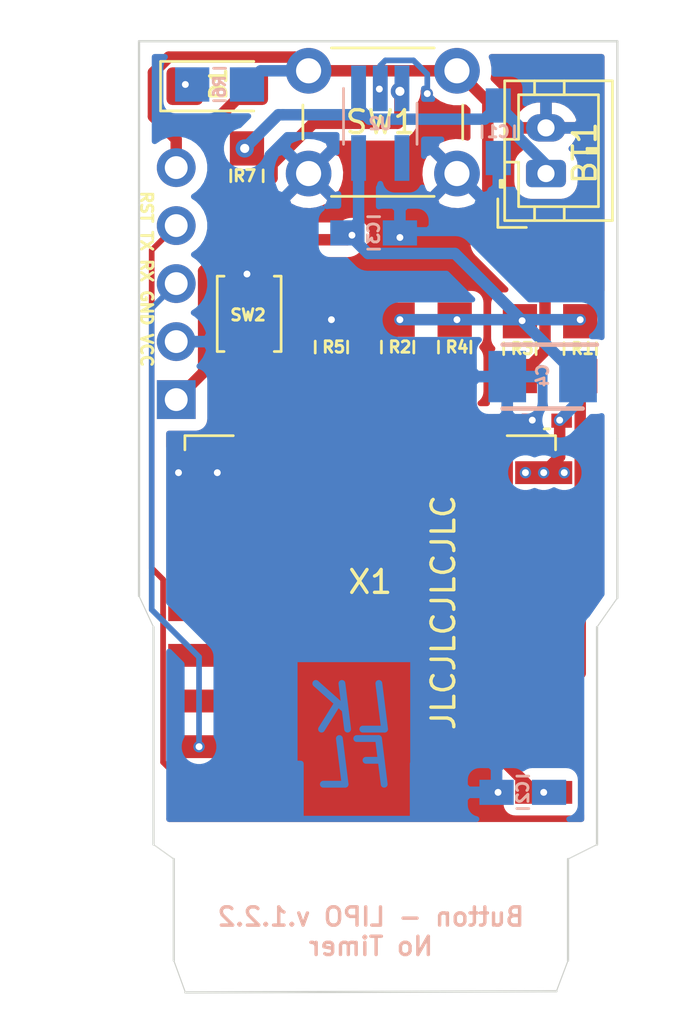
<source format=kicad_pcb>
(kicad_pcb (version 20171130) (host pcbnew "(5.1.9)-1")

  (general
    (thickness 1.6)
    (drawings 22)
    (tracks 125)
    (zones 0)
    (modules 19)
    (nets 13)
  )

  (page A4)
  (layers
    (0 F.Cu signal)
    (31 B.Cu signal)
    (32 B.Adhes user)
    (33 F.Adhes user)
    (34 B.Paste user)
    (35 F.Paste user)
    (36 B.SilkS user)
    (37 F.SilkS user)
    (38 B.Mask user)
    (39 F.Mask user)
    (40 Dwgs.User user)
    (41 Cmts.User user)
    (42 Eco1.User user)
    (43 Eco2.User user)
    (44 Edge.Cuts user)
    (45 Margin user)
    (46 B.CrtYd user hide)
    (47 F.CrtYd user)
    (48 B.Fab user hide)
    (49 F.Fab user)
  )

  (setup
    (last_trace_width 0.25)
    (user_trace_width 0.5)
    (trace_clearance 0.1)
    (zone_clearance 0.508)
    (zone_45_only no)
    (trace_min 0.2)
    (via_size 0.8)
    (via_drill 0.4)
    (via_min_size 0.4)
    (via_min_drill 0.3)
    (user_via 0.5 0.3)
    (uvia_size 0.3)
    (uvia_drill 0.1)
    (uvias_allowed no)
    (uvia_min_size 0.2)
    (uvia_min_drill 0.1)
    (edge_width 0.05)
    (segment_width 0.2)
    (pcb_text_width 0.3)
    (pcb_text_size 1.5 1.5)
    (mod_edge_width 0.12)
    (mod_text_size 1 1)
    (mod_text_width 0.15)
    (pad_size 1.524 1.524)
    (pad_drill 0.762)
    (pad_to_mask_clearance 0.051)
    (solder_mask_min_width 0.25)
    (aux_axis_origin 0 0)
    (visible_elements 7FFFFFFF)
    (pcbplotparams
      (layerselection 0x010fc_ffffffff)
      (usegerberextensions false)
      (usegerberattributes false)
      (usegerberadvancedattributes true)
      (creategerberjobfile false)
      (excludeedgelayer true)
      (linewidth 0.150000)
      (plotframeref false)
      (viasonmask false)
      (mode 1)
      (useauxorigin true)
      (hpglpennumber 1)
      (hpglpenspeed 20)
      (hpglpendiameter 15.000000)
      (psnegative false)
      (psa4output false)
      (plotreference true)
      (plotvalue true)
      (plotinvisibletext false)
      (padsonsilk false)
      (subtractmaskfromsilk false)
      (outputformat 1)
      (mirror false)
      (drillshape 0)
      (scaleselection 1)
      (outputdirectory "Gerber/"))
  )

  (net 0 "")
  (net 1 /VCC)
  (net 2 /GND)
  (net 3 /RST)
  (net 4 /RX)
  (net 5 /TX)
  (net 6 /EN)
  (net 7 /GPIO2)
  (net 8 /GPIO0)
  (net 9 "Net-(BT1-Pad1)")
  (net 10 /GPIO15)
  (net 11 "Net-(R7-Pad1)")
  (net 12 "Net-(D1-Pad1)")

  (net_class Default "This is the default net class."
    (clearance 0.1)
    (trace_width 0.25)
    (via_dia 0.8)
    (via_drill 0.4)
    (uvia_dia 0.3)
    (uvia_drill 0.1)
    (add_net /EN)
    (add_net /GND)
    (add_net /GPIO0)
    (add_net /GPIO15)
    (add_net /GPIO2)
    (add_net /RST)
    (add_net /RX)
    (add_net /TX)
    (add_net /VCC)
    (add_net "Net-(BT1-Pad1)")
    (add_net "Net-(D1-Pad1)")
    (add_net "Net-(R7-Pad1)")
  )

  (module handsolder:ESP-12Elesssilk (layer F.Cu) (tedit 60343770) (tstamp 603C7D7B)
    (at 125.7 90.1 180)
    (descr "Wi-Fi Module, http://wiki.ai-thinker.com/_media/esp8266/docs/aithinker_esp_12f_datasheet_en.pdf")
    (tags "Wi-Fi Module")
    (path /603C2997)
    (attr smd)
    (fp_text reference X1 (at 0 5.715 180) (layer F.SilkS)
      (effects (font (size 1 1) (thickness 0.15)))
    )
    (fp_text value ESP-12E (at -0.06 -12.78 180) (layer F.Fab)
      (effects (font (size 1 1) (thickness 0.15)))
    )
    (fp_text user %R (at 0.49 -0.8 180) (layer F.Fab)
      (effects (font (size 1 1) (thickness 0.15)))
    )
    (fp_text user "KEEP-OUT ZONE" (at 0.03 -9.55) (layer Cmts.User)
      (effects (font (size 1 1) (thickness 0.15)))
    )
    (fp_text user Antenna (at -0.06 -7) (layer Cmts.User)
      (effects (font (size 1 1) (thickness 0.15)))
    )
    (fp_line (start 5.56 -4.8) (end 8.12 -7.36) (layer Dwgs.User) (width 0.12))
    (fp_line (start 2.56 -4.8) (end 8.12 -10.36) (layer Dwgs.User) (width 0.12))
    (fp_line (start -0.44 -4.8) (end 6.88 -12.12) (layer Dwgs.User) (width 0.12))
    (fp_line (start -3.44 -4.8) (end 3.88 -12.12) (layer Dwgs.User) (width 0.12))
    (fp_line (start -6.44 -4.8) (end 0.88 -12.12) (layer Dwgs.User) (width 0.12))
    (fp_line (start -8.12 -6.12) (end -2.12 -12.12) (layer Dwgs.User) (width 0.12))
    (fp_line (start -8.12 -9.12) (end -5.12 -12.12) (layer Dwgs.User) (width 0.12))
    (fp_line (start -8.12 -4.8) (end -8.12 -12.12) (layer Dwgs.User) (width 0.12))
    (fp_line (start 8.12 -4.8) (end -8.12 -4.8) (layer Dwgs.User) (width 0.12))
    (fp_line (start 8.12 -12.12) (end 8.12 -4.8) (layer Dwgs.User) (width 0.12))
    (fp_line (start -8.12 -12.12) (end 8.12 -12.12) (layer Dwgs.User) (width 0.12))
    (fp_line (start -8.12 12.12) (end -8.12 11.5) (layer F.SilkS) (width 0.12))
    (fp_line (start -6 12.12) (end -8.12 12.12) (layer F.SilkS) (width 0.12))
    (fp_line (start 8.12 12.12) (end 6 12.12) (layer F.SilkS) (width 0.12))
    (fp_line (start 8.12 11.5) (end 8.12 12.12) (layer F.SilkS) (width 0.12))
    (fp_line (start -9.05 13.1) (end -9.05 -12.2) (layer F.CrtYd) (width 0.05))
    (fp_line (start 9.05 13.1) (end -9.05 13.1) (layer F.CrtYd) (width 0.05))
    (fp_line (start 9.05 -12.2) (end 9.05 13.1) (layer F.CrtYd) (width 0.05))
    (fp_line (start -9.05 -12.2) (end 9.05 -12.2) (layer F.CrtYd) (width 0.05))
    (fp_line (start -8 -4) (end -8 -12) (layer F.Fab) (width 0.12))
    (fp_line (start -7.5 -3.5) (end -8 -4) (layer F.Fab) (width 0.12))
    (fp_line (start -8 -3) (end -7.5 -3.5) (layer F.Fab) (width 0.12))
    (fp_line (start -8 12) (end -8 -3) (layer F.Fab) (width 0.12))
    (fp_line (start 8 12) (end -8 12) (layer F.Fab) (width 0.12))
    (fp_line (start 8 -12) (end 8 12) (layer F.Fab) (width 0.12))
    (fp_line (start -8 -12) (end 8 -12) (layer F.Fab) (width 0.12))
    (pad 22 smd rect (at 7.6 -3.5 180) (size 2.5 1) (layers F.Cu F.Paste F.Mask)
      (net 5 /TX))
    (pad 21 smd rect (at 7.6 -1.5 180) (size 2.5 1) (layers F.Cu F.Paste F.Mask)
      (net 4 /RX))
    (pad 20 smd rect (at 7.6 0.5 180) (size 2.5 1) (layers F.Cu F.Paste F.Mask))
    (pad 19 smd rect (at 7.6 2.5 180) (size 2.5 1) (layers F.Cu F.Paste F.Mask))
    (pad 18 smd rect (at 7.6 4.5 180) (size 2.5 1) (layers F.Cu F.Paste F.Mask)
      (net 8 /GPIO0))
    (pad 17 smd rect (at 7.6 6.5 180) (size 2.5 1) (layers F.Cu F.Paste F.Mask)
      (net 7 /GPIO2))
    (pad 16 smd rect (at 7.6 8.5 180) (size 2.5 1) (layers F.Cu F.Paste F.Mask)
      (net 10 /GPIO15))
    (pad 15 smd rect (at 7.6 10.5 180) (size 2.5 1) (layers F.Cu F.Paste F.Mask)
      (net 2 /GND))
    (pad 14 smd rect (at 5 12 180) (size 1 1.8) (layers F.Cu F.Paste F.Mask))
    (pad 13 smd rect (at 3 12 180) (size 1 1.8) (layers F.Cu F.Paste F.Mask))
    (pad 12 smd rect (at 1 12 180) (size 1 1.8) (layers F.Cu F.Paste F.Mask))
    (pad 11 smd rect (at -1 12 180) (size 1 1.8) (layers F.Cu F.Paste F.Mask))
    (pad 10 smd rect (at -3 12 180) (size 1 1.8) (layers F.Cu F.Paste F.Mask))
    (pad 9 smd rect (at -5 12 180) (size 1 1.8) (layers F.Cu F.Paste F.Mask))
    (pad 8 smd rect (at -7.6 10.5 180) (size 2.5 1) (layers F.Cu F.Paste F.Mask)
      (net 1 /VCC))
    (pad 7 smd rect (at -7.6 8.5 180) (size 2.5 1) (layers F.Cu F.Paste F.Mask))
    (pad 6 smd rect (at -7.6 6.5 180) (size 2.5 1) (layers F.Cu F.Paste F.Mask))
    (pad 5 smd rect (at -7.6 4.5 180) (size 2.5 1) (layers F.Cu F.Paste F.Mask))
    (pad 4 smd rect (at -7.6 2.5 180) (size 2.5 1) (layers F.Cu F.Paste F.Mask))
    (pad 3 smd rect (at -7.6 0.5 180) (size 2.5 1) (layers F.Cu F.Paste F.Mask)
      (net 6 /EN))
    (pad 2 smd rect (at -7.6 -1.5 180) (size 2.5 1) (layers F.Cu F.Paste F.Mask))
    (pad 1 smd rect (at -7.6 -3.5 180) (size 2.5 1) (layers F.Cu F.Paste F.Mask)
      (net 3 /RST))
    (model ${KISYS3DMOD}/RF_Module.3dshapes/ESP-12E.wrl
      (at (xyz 0 0 0))
      (scale (xyz 1 1 1))
      (rotate (xyz 0 0 0))
    )
  )

  (module handsolder:LED_1206_3216Metric_Castellated (layer F.Cu) (tedit 603A8330) (tstamp 603267F8)
    (at 118.999 62.6745)
    (descr "LED SMD 1206 (3216 Metric), castellated end terminal, IPC_7351 nominal, (Body size source: http://www.tortai-tech.com/upload/download/2011102023233369053.pdf), generated with kicad-footprint-generator")
    (tags "LED castellated")
    (path /602D28D1)
    (attr smd)
    (fp_text reference D1 (at 0.05 -0.1 90) (layer F.SilkS)
      (effects (font (size 0.7 0.7) (thickness 0.15)))
    )
    (fp_text value LED (at 0 1.78) (layer F.Fab)
      (effects (font (size 1 1) (thickness 0.15)))
    )
    (fp_text user %R (at 0 0) (layer F.Fab)
      (effects (font (size 0.8 0.8) (thickness 0.12)))
    )
    (fp_line (start 2.48 1.08) (end -2.48 1.08) (layer F.CrtYd) (width 0.05))
    (fp_line (start 2.48 -1.08) (end 2.48 1.08) (layer F.CrtYd) (width 0.05))
    (fp_line (start -2.48 -1.08) (end 2.48 -1.08) (layer F.CrtYd) (width 0.05))
    (fp_line (start -2.48 1.08) (end -2.48 -1.08) (layer F.CrtYd) (width 0.05))
    (fp_line (start -2.485 1.085) (end 1.6 1.085) (layer F.SilkS) (width 0.12))
    (fp_line (start -2.485 -1.085) (end -2.485 1.085) (layer F.SilkS) (width 0.12))
    (fp_line (start 1.6 -1.085) (end -2.485 -1.085) (layer F.SilkS) (width 0.12))
    (fp_line (start 1.6 0.8) (end 1.6 -0.8) (layer F.Fab) (width 0.1))
    (fp_line (start -1.6 0.8) (end 1.6 0.8) (layer F.Fab) (width 0.1))
    (fp_line (start -1.6 -0.4) (end -1.6 0.8) (layer F.Fab) (width 0.1))
    (fp_line (start -1.2 -0.8) (end -1.6 -0.4) (layer F.Fab) (width 0.1))
    (fp_line (start 1.6 -0.8) (end -1.2 -0.8) (layer F.Fab) (width 0.1))
    (pad 2 smd roundrect (at 1.425 0) (size 1.6 1.65) (layers F.Cu F.Paste F.Mask) (roundrect_rratio 0.15625)
      (net 1 /VCC))
    (pad 1 smd roundrect (at -1.425 0) (size 1.6 1.65) (layers F.Cu F.Paste F.Mask) (roundrect_rratio 0.15625)
      (net 12 "Net-(D1-Pad1)"))
    (model ${KISYS3DMOD}/LED_SMD.3dshapes/LED_1206_3216Metric_Castellated.wrl
      (at (xyz 0 0 0))
      (scale (xyz 1 1 1))
      (rotate (xyz 0 0 0))
    )
  )

  (module SamacSys_Parts:CAPPM3528X210N (layer B.Cu) (tedit 60364A5B) (tstamp 603690AB)
    (at 133.25348 75.39228 180)
    (descr T495B-10)
    (tags "Capacitor Polarised")
    (path /60363F6C)
    (attr smd)
    (fp_text reference C4 (at 0 0.05 90) (layer B.SilkS)
      (effects (font (size 0.5 0.5) (thickness 0.125)) (justify mirror))
    )
    (fp_text value TAJB476M010TNJ (at 0 0 180) (layer B.SilkS) hide
      (effects (font (size 1.27 1.27) (thickness 0.254)) (justify mirror))
    )
    (fp_text user %R (at 0 0 180) (layer B.Fab)
      (effects (font (size 1.27 1.27) (thickness 0.254)) (justify mirror))
    )
    (fp_line (start -1.75 -1.4) (end 1.75 -1.4) (layer B.SilkS) (width 0.2))
    (fp_line (start 1.75 1.4) (end -2.375 1.4) (layer B.SilkS) (width 0.2))
    (fp_line (start -1.75 0.575) (end -0.925 1.4) (layer B.Fab) (width 0.1))
    (fp_line (start -1.75 -1.4) (end -1.75 1.4) (layer B.Fab) (width 0.1))
    (fp_line (start 1.75 -1.4) (end -1.75 -1.4) (layer B.Fab) (width 0.1))
    (fp_line (start 1.75 1.4) (end 1.75 -1.4) (layer B.Fab) (width 0.1))
    (fp_line (start -1.75 1.4) (end 1.75 1.4) (layer B.Fab) (width 0.1))
    (fp_line (start -2.625 -1.75) (end -2.625 1.75) (layer B.CrtYd) (width 0.05))
    (fp_line (start 2.625 -1.75) (end -2.625 -1.75) (layer B.CrtYd) (width 0.05))
    (fp_line (start 2.625 1.75) (end 2.625 -1.75) (layer B.CrtYd) (width 0.05))
    (fp_line (start -2.625 1.75) (end 2.625 1.75) (layer B.CrtYd) (width 0.05))
    (pad 2 smd rect (at 1.55 0 180) (size 1.65 2.25) (layers B.Cu B.Paste B.Mask)
      (net 2 /GND))
    (pad 1 smd rect (at -1.55 0 180) (size 1.65 2.25) (layers B.Cu B.Paste B.Mask)
      (net 1 /VCC))
    (model "C:\\Program Files\\KiCad\\SamacSys_Parts.3dshapes\\T495B476K006ATE450.stp"
      (at (xyz 0 0 0))
      (scale (xyz 1 1 1))
      (rotate (xyz 0 0 0))
    )
  )

  (module handsolder:C_0402_1005Metric_Pad0.74x0.62mm_HandSoldermod (layer F.Cu) (tedit 6036714F) (tstamp 6036D3B8)
    (at 133.43612 77.32268 180)
    (descr "Capacitor SMD 0402 (1005 Metric), square (rectangular) end terminal, IPC_7351 nominal with elongated pad for handsoldering. (Body size source: IPC-SM-782 page 76, https://www.pcb-3d.com/wordpress/wp-content/uploads/ipc-sm-782a_amendment_1_and_2.pdf), generated with kicad-footprint-generator")
    (tags "capacitor handsolder")
    (path /6036783B)
    (attr smd)
    (fp_text reference C5 (at 0 0) (layer F.SilkS) hide
      (effects (font (size 0.5 0.5) (thickness 0.125)))
    )
    (fp_text value 100nF (at 0 1.16) (layer F.Fab)
      (effects (font (size 1 1) (thickness 0.15)))
    )
    (fp_line (start -0.5 0.25) (end -0.5 -0.25) (layer F.Fab) (width 0.1))
    (fp_line (start -0.5 -0.25) (end 0.5 -0.25) (layer F.Fab) (width 0.1))
    (fp_line (start 0.5 -0.25) (end 0.5 0.25) (layer F.Fab) (width 0.1))
    (fp_line (start 0.5 0.25) (end -0.5 0.25) (layer F.Fab) (width 0.1))
    (fp_line (start -0.115835 -0.36) (end 0.115835 -0.36) (layer F.SilkS) (width 0.12))
    (fp_line (start -1.08 0.46) (end -1.08 -0.46) (layer F.CrtYd) (width 0.05))
    (fp_line (start -1.08 -0.46) (end 1.08 -0.46) (layer F.CrtYd) (width 0.05))
    (fp_line (start 1.08 -0.46) (end 1.08 0.46) (layer F.CrtYd) (width 0.05))
    (fp_line (start 1.08 0.46) (end -1.08 0.46) (layer F.CrtYd) (width 0.05))
    (fp_text user %R (at 0 0) (layer F.Fab)
      (effects (font (size 0.25 0.25) (thickness 0.04)))
    )
    (pad 2 smd rect (at 0.65 0 180) (size 0.9 0.62) (layers F.Cu F.Paste F.Mask)
      (net 2 /GND))
    (pad 1 smd rect (at -0.65 0 180) (size 0.9 0.62) (layers F.Cu F.Paste F.Mask)
      (net 1 /VCC))
    (model ${KISYS3DMOD}/Capacitor_SMD.3dshapes/C_0402_1005Metric.wrl
      (at (xyz 0 0 0))
      (scale (xyz 1 1 1))
      (rotate (xyz 0 0 0))
    )
  )

  (module handsolder:SOT-23-5_HandSolderingmod (layer B.Cu) (tedit 6035922E) (tstamp 60326955)
    (at 126.14 64.32 270)
    (descr "5-pin SOT23 package")
    (tags "SOT-23-5 hand-soldering")
    (path /602F5FBE)
    (attr smd)
    (fp_text reference U2 (at 0 0 180) (layer B.SilkS)
      (effects (font (size 0.5 0.5) (thickness 0.125)) (justify mirror))
    )
    (fp_text value AP2112K-3.3 (at 10.287 -1.143 90) (layer B.SilkS) hide
      (effects (font (size 1 1) (thickness 0.15)) (justify mirror))
    )
    (fp_line (start -0.9 -1.61) (end 0.9 -1.61) (layer B.SilkS) (width 0.12))
    (fp_line (start 0.9 1.61) (end -1.55 1.61) (layer B.SilkS) (width 0.12))
    (fp_line (start -0.9 0.9) (end -0.25 1.55) (layer B.Fab) (width 0.1))
    (fp_line (start 0.9 1.55) (end -0.25 1.55) (layer B.Fab) (width 0.1))
    (fp_line (start -0.9 0.9) (end -0.9 -1.55) (layer B.Fab) (width 0.1))
    (fp_line (start 0.9 -1.55) (end -0.9 -1.55) (layer B.Fab) (width 0.1))
    (fp_line (start 0.9 1.55) (end 0.9 -1.55) (layer B.Fab) (width 0.1))
    (fp_line (start -2.38 1.8) (end 2.38 1.8) (layer B.CrtYd) (width 0.05))
    (fp_line (start -2.38 1.8) (end -2.38 -1.8) (layer B.CrtYd) (width 0.05))
    (fp_line (start 2.38 -1.8) (end 2.38 1.8) (layer B.CrtYd) (width 0.05))
    (fp_line (start 2.38 -1.8) (end -2.38 -1.8) (layer B.CrtYd) (width 0.05))
    (fp_text user %R (at 0 0) (layer B.Fab)
      (effects (font (size 0.5 0.5) (thickness 0.075)) (justify mirror))
    )
    (pad 5 smd rect (at 1.5 0.95 270) (size 2 0.65) (layers B.Cu B.Paste B.Mask)
      (net 1 /VCC))
    (pad 4 smd rect (at 1.5 -0.95 270) (size 2 0.65) (layers B.Cu B.Paste B.Mask))
    (pad 3 smd rect (at -1.55 -0.95 270) (size 2 0.65) (layers B.Cu B.Paste B.Mask)
      (net 11 "Net-(R7-Pad1)"))
    (pad 2 smd trapezoid (at -1.55 0 270) (size 2 0.65) (layers B.Cu B.Paste B.Mask)
      (net 2 /GND))
    (pad 1 smd rect (at -1.55 0.95 270) (size 2 0.65) (layers B.Cu B.Paste B.Mask)
      (net 9 "Net-(BT1-Pad1)"))
    (model ${KISYS3DMOD}/Package_TO_SOT_SMD.3dshapes/SOT-23-5.wrl
      (at (xyz 0 0 0))
      (scale (xyz 1 1 1))
      (rotate (xyz 0 0 0))
    )
  )

  (module handsolder:C_0805_2012handsodermod (layer B.Cu) (tedit 603591CC) (tstamp 603267C3)
    (at 131.31 64.67 90)
    (descr "Capacitor SMD 0805 (2012 Metric), square (rectangular) end terminal, IPC_7351 nominal with elongated pad for handsoldering. (Body size source: https://docs.google.com/spreadsheets/d/1BsfQQcO9C6DZCsRaXUlFlo91Tg2WpOkGARC1WS5S8t0/edit?usp=sharing), generated with kicad-footprint-generator")
    (tags "capacitor handsolder")
    (path /602D0C1F)
    (attr smd)
    (fp_text reference C1 (at 0 0 180) (layer B.SilkS)
      (effects (font (size 0.5 0.5) (thickness 0.125)) (justify mirror))
    )
    (fp_text value 10uF (at 0 -1.65 90) (layer B.Fab) hide
      (effects (font (size 1 1) (thickness 0.15)) (justify mirror))
    )
    (fp_line (start -1 -0.6) (end -1 0.6) (layer B.Fab) (width 0.1))
    (fp_line (start -1 0.6) (end 1 0.6) (layer B.Fab) (width 0.1))
    (fp_line (start 1 0.6) (end 1 -0.6) (layer B.Fab) (width 0.1))
    (fp_line (start 1 -0.6) (end -1 -0.6) (layer B.Fab) (width 0.1))
    (fp_line (start -0.261252 0.71) (end 0.261252 0.71) (layer B.SilkS) (width 0.12))
    (fp_line (start -0.261252 -0.71) (end 0.261252 -0.71) (layer B.SilkS) (width 0.12))
    (fp_line (start -2 -0.95) (end -2 0.95) (layer B.CrtYd) (width 0.05))
    (fp_line (start -2 0.95) (end 2.05 0.95) (layer B.CrtYd) (width 0.05))
    (fp_line (start 2.05 0.95) (end 2.05 -0.95) (layer B.CrtYd) (width 0.05))
    (fp_line (start 2.05 -0.95) (end -2 -0.95) (layer B.CrtYd) (width 0.05))
    (fp_text user %R (at 0 0 90) (layer B.Fab)
      (effects (font (size 0.5 0.5) (thickness 0.08)) (justify mirror))
    )
    (pad 2 smd rect (at 1.15 0 90) (size 1.5 1.1) (layers B.Cu B.Paste B.Mask)
      (net 9 "Net-(BT1-Pad1)"))
    (pad 1 smd rect (at -1.15 0 90) (size 1.5 1.1) (layers B.Cu B.Paste B.Mask)
      (net 2 /GND))
    (model ${KISYS3DMOD}/Capacitor_SMD.3dshapes/C_0805_2012Metric.wrl
      (at (xyz 0 0 0))
      (scale (xyz 1 1 1))
      (rotate (xyz 0 0 0))
    )
  )

  (module handsolder:C_0805_2012handsodermod (layer B.Cu) (tedit 603591CC) (tstamp 603267E5)
    (at 125.85 69.1 180)
    (descr "Capacitor SMD 0805 (2012 Metric), square (rectangular) end terminal, IPC_7351 nominal with elongated pad for handsoldering. (Body size source: https://docs.google.com/spreadsheets/d/1BsfQQcO9C6DZCsRaXUlFlo91Tg2WpOkGARC1WS5S8t0/edit?usp=sharing), generated with kicad-footprint-generator")
    (tags "capacitor handsolder")
    (path /602E3D4A)
    (attr smd)
    (fp_text reference C3 (at 0 0 270) (layer B.SilkS)
      (effects (font (size 0.5 0.5) (thickness 0.125)) (justify mirror))
    )
    (fp_text value 10uF (at 0 -1.65) (layer B.Fab) hide
      (effects (font (size 1 1) (thickness 0.15)) (justify mirror))
    )
    (fp_line (start -1 -0.6) (end -1 0.6) (layer B.Fab) (width 0.1))
    (fp_line (start -1 0.6) (end 1 0.6) (layer B.Fab) (width 0.1))
    (fp_line (start 1 0.6) (end 1 -0.6) (layer B.Fab) (width 0.1))
    (fp_line (start 1 -0.6) (end -1 -0.6) (layer B.Fab) (width 0.1))
    (fp_line (start -0.261252 0.71) (end 0.261252 0.71) (layer B.SilkS) (width 0.12))
    (fp_line (start -0.261252 -0.71) (end 0.261252 -0.71) (layer B.SilkS) (width 0.12))
    (fp_line (start -2 -0.95) (end -2 0.95) (layer B.CrtYd) (width 0.05))
    (fp_line (start -2 0.95) (end 2.05 0.95) (layer B.CrtYd) (width 0.05))
    (fp_line (start 2.05 0.95) (end 2.05 -0.95) (layer B.CrtYd) (width 0.05))
    (fp_line (start 2.05 -0.95) (end -2 -0.95) (layer B.CrtYd) (width 0.05))
    (fp_text user %R (at 0 0) (layer B.Fab)
      (effects (font (size 0.5 0.5) (thickness 0.08)) (justify mirror))
    )
    (pad 2 smd rect (at 1.15 0 180) (size 1.5 1.1) (layers B.Cu B.Paste B.Mask)
      (net 1 /VCC))
    (pad 1 smd rect (at -1.15 0 180) (size 1.5 1.1) (layers B.Cu B.Paste B.Mask)
      (net 2 /GND))
    (model ${KISYS3DMOD}/Capacitor_SMD.3dshapes/C_0805_2012Metric.wrl
      (at (xyz 0 0 0))
      (scale (xyz 1 1 1))
      (rotate (xyz 0 0 0))
    )
  )

  (module handsolder:C_0805_2012handsodermod (layer B.Cu) (tedit 603591CC) (tstamp 603267D4)
    (at 132.3848 93.599)
    (descr "Capacitor SMD 0805 (2012 Metric), square (rectangular) end terminal, IPC_7351 nominal with elongated pad for handsoldering. (Body size source: https://docs.google.com/spreadsheets/d/1BsfQQcO9C6DZCsRaXUlFlo91Tg2WpOkGARC1WS5S8t0/edit?usp=sharing), generated with kicad-footprint-generator")
    (tags "capacitor handsolder")
    (path /602C896A)
    (attr smd)
    (fp_text reference C2 (at 0 0 -90) (layer B.SilkS)
      (effects (font (size 0.5 0.5) (thickness 0.125)) (justify mirror))
    )
    (fp_text value 100nF (at 0 -1.65) (layer B.Fab) hide
      (effects (font (size 1 1) (thickness 0.15)) (justify mirror))
    )
    (fp_line (start -1 -0.6) (end -1 0.6) (layer B.Fab) (width 0.1))
    (fp_line (start -1 0.6) (end 1 0.6) (layer B.Fab) (width 0.1))
    (fp_line (start 1 0.6) (end 1 -0.6) (layer B.Fab) (width 0.1))
    (fp_line (start 1 -0.6) (end -1 -0.6) (layer B.Fab) (width 0.1))
    (fp_line (start -0.261252 0.71) (end 0.261252 0.71) (layer B.SilkS) (width 0.12))
    (fp_line (start -0.261252 -0.71) (end 0.261252 -0.71) (layer B.SilkS) (width 0.12))
    (fp_line (start -2 -0.95) (end -2 0.95) (layer B.CrtYd) (width 0.05))
    (fp_line (start -2 0.95) (end 2.05 0.95) (layer B.CrtYd) (width 0.05))
    (fp_line (start 2.05 0.95) (end 2.05 -0.95) (layer B.CrtYd) (width 0.05))
    (fp_line (start 2.05 -0.95) (end -2 -0.95) (layer B.CrtYd) (width 0.05))
    (fp_text user %R (at 0 0) (layer B.Fab)
      (effects (font (size 0.5 0.5) (thickness 0.08)) (justify mirror))
    )
    (pad 2 smd rect (at 1.15 0) (size 1.5 1.1) (layers B.Cu B.Paste B.Mask)
      (net 3 /RST))
    (pad 1 smd rect (at -1.15 0) (size 1.5 1.1) (layers B.Cu B.Paste B.Mask)
      (net 2 /GND))
    (model ${KISYS3DMOD}/Capacitor_SMD.3dshapes/C_0805_2012Metric.wrl
      (at (xyz 0 0 0))
      (scale (xyz 1 1 1))
      (rotate (xyz 0 0 0))
    )
  )

  (module handsolder:R_0805_2012handsoldermod (layer F.Cu) (tedit 60358F22) (tstamp 603268D0)
    (at 120.3 66.6 90)
    (descr "Resistor SMD 0805 (2012 Metric), square (rectangular) end terminal, IPC_7351 nominal with elongated pad for handsoldering. (Body size source: https://docs.google.com/spreadsheets/d/1BsfQQcO9C6DZCsRaXUlFlo91Tg2WpOkGARC1WS5S8t0/edit?usp=sharing), generated with kicad-footprint-generator")
    (tags "resistor handsolder")
    (path /602F7A06)
    (attr smd)
    (fp_text reference R7 (at 0 -0.1) (layer F.SilkS)
      (effects (font (size 0.5 0.5) (thickness 0.125)))
    )
    (fp_text value 100k (at 0 1.65 90) (layer F.Fab) hide
      (effects (font (size 1 1) (thickness 0.15)))
    )
    (fp_line (start -1 0.6) (end -1 -0.6) (layer F.Fab) (width 0.1))
    (fp_line (start -1 -0.6) (end 1 -0.6) (layer F.Fab) (width 0.1))
    (fp_line (start 1 -0.6) (end 1 0.6) (layer F.Fab) (width 0.1))
    (fp_line (start 1 0.6) (end -1 0.6) (layer F.Fab) (width 0.1))
    (fp_line (start -0.261252 -0.71) (end 0.261252 -0.71) (layer F.SilkS) (width 0.12))
    (fp_line (start -0.261252 0.71) (end 0.261252 0.71) (layer F.SilkS) (width 0.12))
    (fp_line (start -2.05 0.95) (end -2.05 -0.95) (layer F.CrtYd) (width 0.05))
    (fp_line (start -2.05 -0.95) (end 2.05 -0.95) (layer F.CrtYd) (width 0.05))
    (fp_line (start 2.05 -0.95) (end 2.05 0.95) (layer F.CrtYd) (width 0.05))
    (fp_line (start 2.05 0.95) (end -2.05 0.95) (layer F.CrtYd) (width 0.05))
    (fp_text user %R (at 0 0 90) (layer F.Fab)
      (effects (font (size 0.5 0.5) (thickness 0.08)))
    )
    (pad 2 smd rect (at 1.2 0 90) (size 1.5 1.5) (layers F.Cu F.Paste F.Mask)
      (net 9 "Net-(BT1-Pad1)"))
    (pad 1 smd rect (at -1.2 0 90) (size 1.5 1.5) (layers F.Cu F.Paste F.Mask)
      (net 11 "Net-(R7-Pad1)"))
    (model ${KISYS3DMOD}/Resistor_SMD.3dshapes/R_0805_2012Metric.wrl
      (at (xyz 0 0 0))
      (scale (xyz 1 1 1))
      (rotate (xyz 0 0 0))
    )
  )

  (module handsolder:R_0805_2012handsoldermod (layer B.Cu) (tedit 60358F22) (tstamp 603268BF)
    (at 119.1 62.6)
    (descr "Resistor SMD 0805 (2012 Metric), square (rectangular) end terminal, IPC_7351 nominal with elongated pad for handsoldering. (Body size source: https://docs.google.com/spreadsheets/d/1BsfQQcO9C6DZCsRaXUlFlo91Tg2WpOkGARC1WS5S8t0/edit?usp=sharing), generated with kicad-footprint-generator")
    (tags "resistor handsolder")
    (path /602D454A)
    (attr smd)
    (fp_text reference R6 (at 0 0.1 -90) (layer B.SilkS)
      (effects (font (size 0.5 0.5) (thickness 0.125)) (justify mirror))
    )
    (fp_text value 1k (at 0 -1.65) (layer B.Fab) hide
      (effects (font (size 1 1) (thickness 0.15)) (justify mirror))
    )
    (fp_line (start -1 -0.6) (end -1 0.6) (layer B.Fab) (width 0.1))
    (fp_line (start -1 0.6) (end 1 0.6) (layer B.Fab) (width 0.1))
    (fp_line (start 1 0.6) (end 1 -0.6) (layer B.Fab) (width 0.1))
    (fp_line (start 1 -0.6) (end -1 -0.6) (layer B.Fab) (width 0.1))
    (fp_line (start -0.261252 0.71) (end 0.261252 0.71) (layer B.SilkS) (width 0.12))
    (fp_line (start -0.261252 -0.71) (end 0.261252 -0.71) (layer B.SilkS) (width 0.12))
    (fp_line (start -2.05 -0.95) (end -2.05 0.95) (layer B.CrtYd) (width 0.05))
    (fp_line (start -2.05 0.95) (end 2.05 0.95) (layer B.CrtYd) (width 0.05))
    (fp_line (start 2.05 0.95) (end 2.05 -0.95) (layer B.CrtYd) (width 0.05))
    (fp_line (start 2.05 -0.95) (end -2.05 -0.95) (layer B.CrtYd) (width 0.05))
    (fp_text user %R (at 0 0) (layer B.Fab)
      (effects (font (size 0.5 0.5) (thickness 0.08)) (justify mirror))
    )
    (pad 2 smd rect (at 1.2 0) (size 1.5 1.5) (layers B.Cu B.Paste B.Mask)
      (net 3 /RST))
    (pad 1 smd rect (at -1.2 0) (size 1.5 1.5) (layers B.Cu B.Paste B.Mask)
      (net 12 "Net-(D1-Pad1)"))
    (model ${KISYS3DMOD}/Resistor_SMD.3dshapes/R_0805_2012Metric.wrl
      (at (xyz 0 0 0))
      (scale (xyz 1 1 1))
      (rotate (xyz 0 0 0))
    )
  )

  (module handsolder:R_0805_2012handsoldermod (layer F.Cu) (tedit 60358F22) (tstamp 603268AE)
    (at 124 74.1 270)
    (descr "Resistor SMD 0805 (2012 Metric), square (rectangular) end terminal, IPC_7351 nominal with elongated pad for handsoldering. (Body size source: https://docs.google.com/spreadsheets/d/1BsfQQcO9C6DZCsRaXUlFlo91Tg2WpOkGARC1WS5S8t0/edit?usp=sharing), generated with kicad-footprint-generator")
    (tags "resistor handsolder")
    (path /602CA91E)
    (attr smd)
    (fp_text reference R5 (at 0 -0.1) (layer F.SilkS)
      (effects (font (size 0.5 0.5) (thickness 0.125)))
    )
    (fp_text value 4.7k (at 0 1.65 90) (layer F.Fab) hide
      (effects (font (size 1 1) (thickness 0.15)))
    )
    (fp_line (start -1 0.6) (end -1 -0.6) (layer F.Fab) (width 0.1))
    (fp_line (start -1 -0.6) (end 1 -0.6) (layer F.Fab) (width 0.1))
    (fp_line (start 1 -0.6) (end 1 0.6) (layer F.Fab) (width 0.1))
    (fp_line (start 1 0.6) (end -1 0.6) (layer F.Fab) (width 0.1))
    (fp_line (start -0.261252 -0.71) (end 0.261252 -0.71) (layer F.SilkS) (width 0.12))
    (fp_line (start -0.261252 0.71) (end 0.261252 0.71) (layer F.SilkS) (width 0.12))
    (fp_line (start -2.05 0.95) (end -2.05 -0.95) (layer F.CrtYd) (width 0.05))
    (fp_line (start -2.05 -0.95) (end 2.05 -0.95) (layer F.CrtYd) (width 0.05))
    (fp_line (start 2.05 -0.95) (end 2.05 0.95) (layer F.CrtYd) (width 0.05))
    (fp_line (start 2.05 0.95) (end -2.05 0.95) (layer F.CrtYd) (width 0.05))
    (fp_text user %R (at 0 0 90) (layer F.Fab)
      (effects (font (size 0.5 0.5) (thickness 0.08)))
    )
    (pad 2 smd rect (at 1.2 0 270) (size 1.5 1.5) (layers F.Cu F.Paste F.Mask)
      (net 10 /GPIO15))
    (pad 1 smd rect (at -1.2 0 270) (size 1.5 1.5) (layers F.Cu F.Paste F.Mask)
      (net 2 /GND))
    (model ${KISYS3DMOD}/Resistor_SMD.3dshapes/R_0805_2012Metric.wrl
      (at (xyz 0 0 0))
      (scale (xyz 1 1 1))
      (rotate (xyz 0 0 0))
    )
  )

  (module handsolder:R_0805_2012handsoldermod (layer F.Cu) (tedit 60358F22) (tstamp 6032689D)
    (at 129.4 74.1 270)
    (descr "Resistor SMD 0805 (2012 Metric), square (rectangular) end terminal, IPC_7351 nominal with elongated pad for handsoldering. (Body size source: https://docs.google.com/spreadsheets/d/1BsfQQcO9C6DZCsRaXUlFlo91Tg2WpOkGARC1WS5S8t0/edit?usp=sharing), generated with kicad-footprint-generator")
    (tags "resistor handsolder")
    (path /602CA541)
    (attr smd)
    (fp_text reference R4 (at 0 -0.1) (layer F.SilkS)
      (effects (font (size 0.5 0.5) (thickness 0.125)))
    )
    (fp_text value 10k (at 0 1.65 90) (layer F.Fab) hide
      (effects (font (size 1 1) (thickness 0.15)))
    )
    (fp_line (start -1 0.6) (end -1 -0.6) (layer F.Fab) (width 0.1))
    (fp_line (start -1 -0.6) (end 1 -0.6) (layer F.Fab) (width 0.1))
    (fp_line (start 1 -0.6) (end 1 0.6) (layer F.Fab) (width 0.1))
    (fp_line (start 1 0.6) (end -1 0.6) (layer F.Fab) (width 0.1))
    (fp_line (start -0.261252 -0.71) (end 0.261252 -0.71) (layer F.SilkS) (width 0.12))
    (fp_line (start -0.261252 0.71) (end 0.261252 0.71) (layer F.SilkS) (width 0.12))
    (fp_line (start -2.05 0.95) (end -2.05 -0.95) (layer F.CrtYd) (width 0.05))
    (fp_line (start -2.05 -0.95) (end 2.05 -0.95) (layer F.CrtYd) (width 0.05))
    (fp_line (start 2.05 -0.95) (end 2.05 0.95) (layer F.CrtYd) (width 0.05))
    (fp_line (start 2.05 0.95) (end -2.05 0.95) (layer F.CrtYd) (width 0.05))
    (fp_text user %R (at 0 0 90) (layer F.Fab)
      (effects (font (size 0.5 0.5) (thickness 0.08)))
    )
    (pad 2 smd rect (at 1.2 0 270) (size 1.5 1.5) (layers F.Cu F.Paste F.Mask)
      (net 8 /GPIO0))
    (pad 1 smd rect (at -1.2 0 270) (size 1.5 1.5) (layers F.Cu F.Paste F.Mask)
      (net 1 /VCC))
    (model ${KISYS3DMOD}/Resistor_SMD.3dshapes/R_0805_2012Metric.wrl
      (at (xyz 0 0 0))
      (scale (xyz 1 1 1))
      (rotate (xyz 0 0 0))
    )
  )

  (module handsolder:R_0805_2012handsoldermod (layer F.Cu) (tedit 60358F22) (tstamp 6032688C)
    (at 132.2578 74.168 270)
    (descr "Resistor SMD 0805 (2012 Metric), square (rectangular) end terminal, IPC_7351 nominal with elongated pad for handsoldering. (Body size source: https://docs.google.com/spreadsheets/d/1BsfQQcO9C6DZCsRaXUlFlo91Tg2WpOkGARC1WS5S8t0/edit?usp=sharing), generated with kicad-footprint-generator")
    (tags "resistor handsolder")
    (path /602C7954)
    (attr smd)
    (fp_text reference R3 (at 0 -0.1) (layer F.SilkS)
      (effects (font (size 0.5 0.5) (thickness 0.125)))
    )
    (fp_text value 10k (at 0 1.65 90) (layer F.Fab) hide
      (effects (font (size 1 1) (thickness 0.15)))
    )
    (fp_line (start -1 0.6) (end -1 -0.6) (layer F.Fab) (width 0.1))
    (fp_line (start -1 -0.6) (end 1 -0.6) (layer F.Fab) (width 0.1))
    (fp_line (start 1 -0.6) (end 1 0.6) (layer F.Fab) (width 0.1))
    (fp_line (start 1 0.6) (end -1 0.6) (layer F.Fab) (width 0.1))
    (fp_line (start -0.261252 -0.71) (end 0.261252 -0.71) (layer F.SilkS) (width 0.12))
    (fp_line (start -0.261252 0.71) (end 0.261252 0.71) (layer F.SilkS) (width 0.12))
    (fp_line (start -2.05 0.95) (end -2.05 -0.95) (layer F.CrtYd) (width 0.05))
    (fp_line (start -2.05 -0.95) (end 2.05 -0.95) (layer F.CrtYd) (width 0.05))
    (fp_line (start 2.05 -0.95) (end 2.05 0.95) (layer F.CrtYd) (width 0.05))
    (fp_line (start 2.05 0.95) (end -2.05 0.95) (layer F.CrtYd) (width 0.05))
    (fp_text user %R (at 0 0 90) (layer F.Fab)
      (effects (font (size 0.5 0.5) (thickness 0.08)))
    )
    (pad 2 smd rect (at 1.2 0 270) (size 1.5 1.5) (layers F.Cu F.Paste F.Mask)
      (net 3 /RST))
    (pad 1 smd rect (at -1.2 0 270) (size 1.5 1.5) (layers F.Cu F.Paste F.Mask)
      (net 1 /VCC))
    (model ${KISYS3DMOD}/Resistor_SMD.3dshapes/R_0805_2012Metric.wrl
      (at (xyz 0 0 0))
      (scale (xyz 1 1 1))
      (rotate (xyz 0 0 0))
    )
  )

  (module handsolder:R_0805_2012handsoldermod (layer F.Cu) (tedit 60358F22) (tstamp 6032687B)
    (at 126.9 74.1 270)
    (descr "Resistor SMD 0805 (2012 Metric), square (rectangular) end terminal, IPC_7351 nominal with elongated pad for handsoldering. (Body size source: https://docs.google.com/spreadsheets/d/1BsfQQcO9C6DZCsRaXUlFlo91Tg2WpOkGARC1WS5S8t0/edit?usp=sharing), generated with kicad-footprint-generator")
    (tags "resistor handsolder")
    (path /602CC605)
    (attr smd)
    (fp_text reference R2 (at 0 -0.1) (layer F.SilkS)
      (effects (font (size 0.5 0.5) (thickness 0.125)))
    )
    (fp_text value 10k (at 0 1.65 90) (layer F.Fab) hide
      (effects (font (size 1 1) (thickness 0.15)))
    )
    (fp_line (start -1 0.6) (end -1 -0.6) (layer F.Fab) (width 0.1))
    (fp_line (start -1 -0.6) (end 1 -0.6) (layer F.Fab) (width 0.1))
    (fp_line (start 1 -0.6) (end 1 0.6) (layer F.Fab) (width 0.1))
    (fp_line (start 1 0.6) (end -1 0.6) (layer F.Fab) (width 0.1))
    (fp_line (start -0.261252 -0.71) (end 0.261252 -0.71) (layer F.SilkS) (width 0.12))
    (fp_line (start -0.261252 0.71) (end 0.261252 0.71) (layer F.SilkS) (width 0.12))
    (fp_line (start -2.05 0.95) (end -2.05 -0.95) (layer F.CrtYd) (width 0.05))
    (fp_line (start -2.05 -0.95) (end 2.05 -0.95) (layer F.CrtYd) (width 0.05))
    (fp_line (start 2.05 -0.95) (end 2.05 0.95) (layer F.CrtYd) (width 0.05))
    (fp_line (start 2.05 0.95) (end -2.05 0.95) (layer F.CrtYd) (width 0.05))
    (fp_text user %R (at 0 0 90) (layer F.Fab)
      (effects (font (size 0.5 0.5) (thickness 0.08)))
    )
    (pad 2 smd rect (at 1.2 0 270) (size 1.5 1.5) (layers F.Cu F.Paste F.Mask)
      (net 7 /GPIO2))
    (pad 1 smd rect (at -1.2 0 270) (size 1.5 1.5) (layers F.Cu F.Paste F.Mask)
      (net 1 /VCC))
    (model ${KISYS3DMOD}/Resistor_SMD.3dshapes/R_0805_2012Metric.wrl
      (at (xyz 0 0 0))
      (scale (xyz 1 1 1))
      (rotate (xyz 0 0 0))
    )
  )

  (module handsolder:R_0805_2012handsoldermod (layer F.Cu) (tedit 60358F22) (tstamp 6032686A)
    (at 134.9 74.168 270)
    (descr "Resistor SMD 0805 (2012 Metric), square (rectangular) end terminal, IPC_7351 nominal with elongated pad for handsoldering. (Body size source: https://docs.google.com/spreadsheets/d/1BsfQQcO9C6DZCsRaXUlFlo91Tg2WpOkGARC1WS5S8t0/edit?usp=sharing), generated with kicad-footprint-generator")
    (tags "resistor handsolder")
    (path /602C727C)
    (attr smd)
    (fp_text reference R1 (at 0 -0.1) (layer F.SilkS)
      (effects (font (size 0.5 0.5) (thickness 0.125)))
    )
    (fp_text value 10k (at 0 1.65 90) (layer F.Fab) hide
      (effects (font (size 1 1) (thickness 0.15)))
    )
    (fp_line (start -1 0.6) (end -1 -0.6) (layer F.Fab) (width 0.1))
    (fp_line (start -1 -0.6) (end 1 -0.6) (layer F.Fab) (width 0.1))
    (fp_line (start 1 -0.6) (end 1 0.6) (layer F.Fab) (width 0.1))
    (fp_line (start 1 0.6) (end -1 0.6) (layer F.Fab) (width 0.1))
    (fp_line (start -0.261252 -0.71) (end 0.261252 -0.71) (layer F.SilkS) (width 0.12))
    (fp_line (start -0.261252 0.71) (end 0.261252 0.71) (layer F.SilkS) (width 0.12))
    (fp_line (start -2.05 0.95) (end -2.05 -0.95) (layer F.CrtYd) (width 0.05))
    (fp_line (start -2.05 -0.95) (end 2.05 -0.95) (layer F.CrtYd) (width 0.05))
    (fp_line (start 2.05 -0.95) (end 2.05 0.95) (layer F.CrtYd) (width 0.05))
    (fp_line (start 2.05 0.95) (end -2.05 0.95) (layer F.CrtYd) (width 0.05))
    (fp_text user %R (at 0 0 90) (layer F.Fab)
      (effects (font (size 0.5 0.5) (thickness 0.08)))
    )
    (pad 2 smd rect (at 1.2 0 270) (size 1.5 1.5) (layers F.Cu F.Paste F.Mask)
      (net 6 /EN))
    (pad 1 smd rect (at -1.2 0 270) (size 1.5 1.5) (layers F.Cu F.Paste F.Mask)
      (net 1 /VCC))
    (model ${KISYS3DMOD}/Resistor_SMD.3dshapes/R_0805_2012Metric.wrl
      (at (xyz 0 0 0))
      (scale (xyz 1 1 1))
      (rotate (xyz 0 0 0))
    )
  )

  (module handsolder:SW_SPST_B3U-1000P_mod (layer F.Cu) (tedit 60353A91) (tstamp 6032692A)
    (at 120.396 72.644 90)
    (descr "Ultra-small-sized Tactile Switch with High Contact Reliability, Top-actuated Model, without Ground Terminal, without Boss")
    (tags "Tactile Switch")
    (path /602CDBD4)
    (attr smd)
    (fp_text reference SW2 (at -0.05 -0.05) (layer F.SilkS)
      (effects (font (size 0.5 0.5) (thickness 0.125)))
    )
    (fp_text value SW_Push (at 0 2.5 90) (layer F.Fab)
      (effects (font (size 1 1) (thickness 0.15)))
    )
    (fp_circle (center 0 0) (end 0.75 0) (layer F.Fab) (width 0.1))
    (fp_line (start -1.5 1.25) (end -1.5 -1.25) (layer F.Fab) (width 0.1))
    (fp_line (start 1.5 1.25) (end -1.5 1.25) (layer F.Fab) (width 0.1))
    (fp_line (start 1.5 -1.25) (end 1.5 1.25) (layer F.Fab) (width 0.1))
    (fp_line (start -1.5 -1.25) (end 1.5 -1.25) (layer F.Fab) (width 0.1))
    (fp_line (start 1.65 -1.4) (end 1.65 -1.1) (layer F.SilkS) (width 0.12))
    (fp_line (start -1.65 -1.4) (end 1.65 -1.4) (layer F.SilkS) (width 0.12))
    (fp_line (start -1.65 -1.1) (end -1.65 -1.4) (layer F.SilkS) (width 0.12))
    (fp_line (start 1.65 1.4) (end 1.65 1.1) (layer F.SilkS) (width 0.12))
    (fp_line (start -1.65 1.4) (end 1.65 1.4) (layer F.SilkS) (width 0.12))
    (fp_line (start -1.65 1.1) (end -1.65 1.4) (layer F.SilkS) (width 0.12))
    (fp_line (start -2.5 -1.65) (end -2.5 1.65) (layer F.CrtYd) (width 0.05))
    (fp_line (start 2.5 -1.65) (end -2.5 -1.65) (layer F.CrtYd) (width 0.05))
    (fp_line (start 2.5 1.65) (end 2.5 -1.65) (layer F.CrtYd) (width 0.05))
    (fp_line (start -2.5 1.65) (end 2.5 1.65) (layer F.CrtYd) (width 0.05))
    (fp_text user %R (at 0 -2.5 90) (layer F.Fab)
      (effects (font (size 1 1) (thickness 0.15)))
    )
    (pad 2 smd rect (at 1.85 0 90) (size 1.3 1.7) (layers F.Cu F.Paste F.Mask)
      (net 2 /GND))
    (pad 1 smd rect (at -1.85 0 90) (size 1.3 1.7) (layers F.Cu F.Paste F.Mask)
      (net 8 /GPIO0))
    (model ${KISYS3DMOD}/Button_Switch_SMD.3dshapes/SW_SPST_B3U-1000P.wrl
      (at (xyz 0 0 0))
      (scale (xyz 1 1 1))
      (rotate (xyz 0 0 0))
    )
  )

  (module handsolder:SW_PUSH_6mm_H8mm_mod (layer F.Cu) (tedit 60353762) (tstamp 60326911)
    (at 123 62)
    (descr "tactile push button, 6x6mm e.g. PHAP33xx series, height=8mm")
    (tags "tact sw push 6mm")
    (path /602CFCB7)
    (fp_text reference SW1 (at 3.15 2.25) (layer F.SilkS)
      (effects (font (size 1 1) (thickness 0.15)))
    )
    (fp_text value SW_Push (at 3.75 6.7) (layer F.Fab)
      (effects (font (size 1 1) (thickness 0.15)))
    )
    (fp_circle (center 3.25 2.25) (end 1.25 2.5) (layer F.Fab) (width 0.1))
    (fp_line (start 6.75 3) (end 6.75 1.5) (layer F.SilkS) (width 0.12))
    (fp_line (start 5.5 -1) (end 1 -1) (layer F.SilkS) (width 0.12))
    (fp_line (start -0.25 1.5) (end -0.25 3) (layer F.SilkS) (width 0.12))
    (fp_line (start 1 5.5) (end 5.5 5.5) (layer F.SilkS) (width 0.12))
    (fp_line (start 8 -1.25) (end 8 5.75) (layer F.CrtYd) (width 0.05))
    (fp_line (start 7.75 6) (end -1.25 6) (layer F.CrtYd) (width 0.05))
    (fp_line (start -1.5 5.75) (end -1.5 -1.25) (layer F.CrtYd) (width 0.05))
    (fp_line (start -1.25 -1.5) (end 7.75 -1.5) (layer F.CrtYd) (width 0.05))
    (fp_line (start -1.5 6) (end -1.25 6) (layer F.CrtYd) (width 0.05))
    (fp_line (start -1.5 5.75) (end -1.5 6) (layer F.CrtYd) (width 0.05))
    (fp_line (start -1.5 -1.5) (end -1.25 -1.5) (layer F.CrtYd) (width 0.05))
    (fp_line (start -1.5 -1.25) (end -1.5 -1.5) (layer F.CrtYd) (width 0.05))
    (fp_line (start 8 -1.5) (end 8 -1.25) (layer F.CrtYd) (width 0.05))
    (fp_line (start 7.75 -1.5) (end 8 -1.5) (layer F.CrtYd) (width 0.05))
    (fp_line (start 8 6) (end 8 5.75) (layer F.CrtYd) (width 0.05))
    (fp_line (start 7.75 6) (end 8 6) (layer F.CrtYd) (width 0.05))
    (fp_line (start 0.25 -0.75) (end 3.25 -0.75) (layer F.Fab) (width 0.1))
    (fp_line (start 0.25 5.25) (end 0.25 -0.75) (layer F.Fab) (width 0.1))
    (fp_line (start 6.25 5.25) (end 0.25 5.25) (layer F.Fab) (width 0.1))
    (fp_line (start 6.25 -0.75) (end 6.25 5.25) (layer F.Fab) (width 0.1))
    (fp_line (start 3.25 -0.75) (end 6.25 -0.75) (layer F.Fab) (width 0.1))
    (fp_text user %R (at 3.25 2.25) (layer F.Fab)
      (effects (font (size 1 1) (thickness 0.15)))
    )
    (pad 1 thru_hole circle (at 6.5 0 90) (size 2 2) (drill 1.1) (layers *.Cu *.Mask)
      (net 3 /RST))
    (pad 2 thru_hole circle (at 6.5 4.5 90) (size 2 2) (drill 1.1) (layers *.Cu *.Mask)
      (net 2 /GND))
    (pad 1 thru_hole circle (at 0 0 90) (size 2 2) (drill 1.1) (layers *.Cu *.Mask)
      (net 3 /RST))
    (pad 2 thru_hole circle (at 0 4.5 90) (size 2 2) (drill 1.1) (layers *.Cu *.Mask)
      (net 2 /GND))
    (model ${KISYS3DMOD}/Button_Switch_THT.3dshapes/SW_PUSH_6mm_H8mm.wrl
      (at (xyz 0 0 0))
      (scale (xyz 1 1 1))
      (rotate (xyz 0 0 0))
    )
  )

  (module handsolder:PinSocket_1x05_P2.54mm_Vertical_mod (layer F.Cu) (tedit 603537B0) (tstamp 60326824)
    (at 117.2 76.4 180)
    (descr "Through hole straight socket strip, 1x05, 2.54mm pitch, single row (from Kicad 4.0.7), script generated")
    (tags "Through hole socket strip THT 1x05 2.54mm single row")
    (path /60301345)
    (fp_text reference J1 (at 0 -2.77) (layer F.SilkS) hide
      (effects (font (size 1 1) (thickness 0.15)))
    )
    (fp_text value Conn_01x05_Female (at 0 12.93) (layer F.Fab)
      (effects (font (size 1 1) (thickness 0.15)))
    )
    (fp_line (start -1.8 11.9) (end -1.8 -1.8) (layer F.CrtYd) (width 0.05))
    (fp_line (start 1.75 11.9) (end -1.8 11.9) (layer F.CrtYd) (width 0.05))
    (fp_line (start 1.75 -1.8) (end 1.75 11.9) (layer F.CrtYd) (width 0.05))
    (fp_line (start -1.8 -1.8) (end 1.75 -1.8) (layer F.CrtYd) (width 0.05))
    (fp_line (start -1.27 11.43) (end -1.27 -1.27) (layer F.Fab) (width 0.1))
    (fp_line (start 1.27 11.43) (end -1.27 11.43) (layer F.Fab) (width 0.1))
    (fp_line (start 1.27 -0.635) (end 1.27 11.43) (layer F.Fab) (width 0.1))
    (fp_line (start 0.635 -1.27) (end 1.27 -0.635) (layer F.Fab) (width 0.1))
    (fp_line (start -1.27 -1.27) (end 0.635 -1.27) (layer F.Fab) (width 0.1))
    (fp_text user %R (at 0 5.08 90) (layer F.Fab)
      (effects (font (size 1 1) (thickness 0.15)))
    )
    (pad 5 thru_hole oval (at 0 10.16 180) (size 1.7 1.7) (drill 1) (layers *.Cu *.Mask)
      (net 3 /RST))
    (pad 4 thru_hole oval (at 0 7.62 180) (size 1.7 1.7) (drill 1) (layers *.Cu *.Mask)
      (net 5 /TX))
    (pad 3 thru_hole oval (at 0 5.08 180) (size 1.7 1.7) (drill 1) (layers *.Cu *.Mask)
      (net 4 /RX))
    (pad 2 thru_hole oval (at 0 2.54 180) (size 1.7 1.7) (drill 1) (layers *.Cu *.Mask)
      (net 2 /GND))
    (pad 1 thru_hole rect (at 0 0 180) (size 1.7 1.7) (drill 1) (layers *.Cu *.Mask)
      (net 1 /VCC))
    (model ${KISYS3DMOD}/Connector_PinSocket_2.54mm.3dshapes/PinSocket_1x05_P2.54mm_Vertical.wrl
      (at (xyz 0 0 0))
      (scale (xyz 1 1 1))
      (rotate (xyz 0 0 0))
    )
  )

  (module Connector_JST:JST_PH_B2B-PH-K_1x02_P2.00mm_Vertical (layer F.Cu) (tedit 5B7745C2) (tstamp 60326788)
    (at 133.4 66.5 90)
    (descr "JST PH series connector, B2B-PH-K (http://www.jst-mfg.com/product/pdf/eng/ePH.pdf), generated with kicad-footprint-generator")
    (tags "connector JST PH side entry")
    (path /602C3B33)
    (fp_text reference BT1 (at 0.9 1.7 -90) (layer F.SilkS)
      (effects (font (size 1 1) (thickness 0.15)))
    )
    (fp_text value Battery_Cell (at 1 4 -90) (layer F.Fab)
      (effects (font (size 1 1) (thickness 0.15)))
    )
    (fp_line (start 4.45 -2.2) (end -2.45 -2.2) (layer F.CrtYd) (width 0.05))
    (fp_line (start 4.45 3.3) (end 4.45 -2.2) (layer F.CrtYd) (width 0.05))
    (fp_line (start -2.45 3.3) (end 4.45 3.3) (layer F.CrtYd) (width 0.05))
    (fp_line (start -2.45 -2.2) (end -2.45 3.3) (layer F.CrtYd) (width 0.05))
    (fp_line (start 3.95 -1.7) (end -1.95 -1.7) (layer F.Fab) (width 0.1))
    (fp_line (start 3.95 2.8) (end 3.95 -1.7) (layer F.Fab) (width 0.1))
    (fp_line (start -1.95 2.8) (end 3.95 2.8) (layer F.Fab) (width 0.1))
    (fp_line (start -1.95 -1.7) (end -1.95 2.8) (layer F.Fab) (width 0.1))
    (fp_line (start -2.36 -2.11) (end -2.36 -0.86) (layer F.Fab) (width 0.1))
    (fp_line (start -1.11 -2.11) (end -2.36 -2.11) (layer F.Fab) (width 0.1))
    (fp_line (start -2.36 -2.11) (end -2.36 -0.86) (layer F.SilkS) (width 0.12))
    (fp_line (start -1.11 -2.11) (end -2.36 -2.11) (layer F.SilkS) (width 0.12))
    (fp_line (start 1 2.3) (end 1 1.8) (layer F.SilkS) (width 0.12))
    (fp_line (start 1.1 1.8) (end 1.1 2.3) (layer F.SilkS) (width 0.12))
    (fp_line (start 0.9 1.8) (end 1.1 1.8) (layer F.SilkS) (width 0.12))
    (fp_line (start 0.9 2.3) (end 0.9 1.8) (layer F.SilkS) (width 0.12))
    (fp_line (start 4.06 0.8) (end 3.45 0.8) (layer F.SilkS) (width 0.12))
    (fp_line (start 4.06 -0.5) (end 3.45 -0.5) (layer F.SilkS) (width 0.12))
    (fp_line (start -2.06 0.8) (end -1.45 0.8) (layer F.SilkS) (width 0.12))
    (fp_line (start -2.06 -0.5) (end -1.45 -0.5) (layer F.SilkS) (width 0.12))
    (fp_line (start 1.5 -1.2) (end 1.5 -1.81) (layer F.SilkS) (width 0.12))
    (fp_line (start 3.45 -1.2) (end 1.5 -1.2) (layer F.SilkS) (width 0.12))
    (fp_line (start 3.45 2.3) (end 3.45 -1.2) (layer F.SilkS) (width 0.12))
    (fp_line (start -1.45 2.3) (end 3.45 2.3) (layer F.SilkS) (width 0.12))
    (fp_line (start -1.45 -1.2) (end -1.45 2.3) (layer F.SilkS) (width 0.12))
    (fp_line (start 0.5 -1.2) (end -1.45 -1.2) (layer F.SilkS) (width 0.12))
    (fp_line (start 0.5 -1.81) (end 0.5 -1.2) (layer F.SilkS) (width 0.12))
    (fp_line (start -0.3 -1.91) (end -0.6 -1.91) (layer F.SilkS) (width 0.12))
    (fp_line (start -0.6 -2.01) (end -0.6 -1.81) (layer F.SilkS) (width 0.12))
    (fp_line (start -0.3 -2.01) (end -0.6 -2.01) (layer F.SilkS) (width 0.12))
    (fp_line (start -0.3 -1.81) (end -0.3 -2.01) (layer F.SilkS) (width 0.12))
    (fp_line (start 4.06 -1.81) (end -2.06 -1.81) (layer F.SilkS) (width 0.12))
    (fp_line (start 4.06 2.91) (end 4.06 -1.81) (layer F.SilkS) (width 0.12))
    (fp_line (start -2.06 2.91) (end 4.06 2.91) (layer F.SilkS) (width 0.12))
    (fp_line (start -2.06 -1.81) (end -2.06 2.91) (layer F.SilkS) (width 0.12))
    (fp_text user %R (at 1 1.5 -90) (layer F.Fab)
      (effects (font (size 1 1) (thickness 0.15)))
    )
    (pad 2 thru_hole oval (at 2 0 90) (size 1.2 1.75) (drill 0.75) (layers *.Cu *.Mask)
      (net 2 /GND))
    (pad 1 thru_hole roundrect (at 0 0 90) (size 1.2 1.75) (drill 0.75) (layers *.Cu *.Mask) (roundrect_rratio 0.208333)
      (net 9 "Net-(BT1-Pad1)"))
    (model ${KISYS3DMOD}/Connector_JST.3dshapes/JST_PH_B2B-PH-K_1x02_P2.00mm_Vertical.wrl
      (at (xyz 0 0 0))
      (scale (xyz 1 1 1))
      (rotate (xyz 0 0 0))
    )
  )

  (gr_text LK (at 124.983 89.921) (layer B.Cu) (tstamp 60344000)
    (effects (font (size 2 2) (thickness 0.3) italic) (justify mirror))
  )
  (gr_text "RST TX RX GND VCC" (at 115.9 71.12 270) (layer F.SilkS)
    (effects (font (size 0.5 0.5) (thickness 0.125)))
  )
  (gr_line (start 115.57 60.706) (end 136.525 60.706) (layer Edge.Cuts) (width 0.1) (tstamp 60329047))
  (gr_line (start 133.858 102.31) (end 134.366 100.965) (layer Edge.Cuts) (width 0.05) (tstamp 60328FAC))
  (gr_line (start 117.094 100.965) (end 117.602 102.362) (layer Edge.Cuts) (width 0.05) (tstamp 60328FAB))
  (gr_line (start 134.366 96.52) (end 135.636 95.885) (layer Edge.Cuts) (width 0.05) (tstamp 60328ED2))
  (gr_line (start 134.366 96.52) (end 134.366 100.965) (layer Edge.Cuts) (width 0.1) (tstamp 60328EC5))
  (gr_line (start 136.525 85.09) (end 135.636 86.36) (layer Edge.Cuts) (width 0.05) (tstamp 60328EB9))
  (gr_line (start 135.636 86.36) (end 135.636 95.885) (layer Edge.Cuts) (width 0.1) (tstamp 60328EAB))
  (gr_line (start 136.525 80.645) (end 136.525 85.09) (layer Edge.Cuts) (width 0.1) (tstamp 60328E6D))
  (gr_line (start 136.525 78.105) (end 136.525 80.645) (layer Edge.Cuts) (width 0.1) (tstamp 60328E03))
  (gr_line (start 116.205 95.885) (end 117.094 96.52) (layer Edge.Cuts) (width 0.05) (tstamp 60328C85))
  (gr_line (start 116.205 95.885) (end 116.205 86.36) (layer Edge.Cuts) (width 0.1) (tstamp 60328C83))
  (gr_line (start 115.57 85) (end 116.205 86.36) (layer Edge.Cuts) (width 0.05) (tstamp 60328C79))
  (gr_line (start 115.57 85) (end 115.57 84) (layer Edge.Cuts) (width 0.1) (tstamp 60328C75))
  (gr_line (start 115.57 84) (end 115.57 60.706) (layer Edge.Cuts) (width 0.1) (tstamp 60328C73))
  (gr_text FL (at 125.11 92.334) (layer B.Cu)
    (effects (font (size 2 2) (thickness 0.3) italic) (justify mirror))
  )
  (gr_text "Button - LIPO v.1.2.2\nNo Timer\n" (at 125.73 99.695) (layer B.SilkS)
    (effects (font (size 0.8 0.8) (thickness 0.15)) (justify mirror))
  )
  (gr_text JLCJLCJLCJLC (at 128.905 85.725 90) (layer F.SilkS)
    (effects (font (size 1 1) (thickness 0.15)))
  )
  (gr_line (start 136.525 60.706) (end 136.525 78.105) (layer Edge.Cuts) (width 0.1))
  (gr_line (start 117.094 100.965) (end 117.094 96.52) (layer Edge.Cuts) (width 0.1))
  (gr_line (start 133.858 102.31) (end 117.602 102.362) (layer Edge.Cuts) (width 0.1))

  (via (at 127 72.9) (size 0.5) (drill 0.3) (layers F.Cu B.Cu) (net 1))
  (via (at 129.5 72.9) (size 0.5) (drill 0.3) (layers F.Cu B.Cu) (net 1))
  (via (at 134.9 72.9) (size 0.5) (drill 0.3) (layers F.Cu B.Cu) (net 1))
  (via (at 119 79.6) (size 0.5) (drill 0.3) (layers F.Cu B.Cu) (net 2))
  (via (at 117.3 79.6) (size 0.5) (drill 0.3) (layers F.Cu B.Cu) (net 2))
  (via (at 118.2 91.6) (size 0.5) (drill 0.3) (layers F.Cu B.Cu) (net 4))
  (via (at 132.8 77.3) (size 0.5) (drill 0.3) (layers F.Cu B.Cu) (net 2))
  (via (at 131.3 93.6) (size 0.5) (drill 0.3) (layers F.Cu B.Cu) (net 2))
  (via (at 127 69.3) (size 0.5) (drill 0.3) (layers F.Cu B.Cu) (net 2))
  (via (at 124 72.9) (size 0.5) (drill 0.3) (layers F.Cu B.Cu) (net 2))
  (via (at 120.3 70.9) (size 0.5) (drill 0.3) (layers F.Cu B.Cu) (net 2))
  (via (at 132.5 79.6) (size 0.5) (drill 0.3) (layers F.Cu B.Cu) (net 1))
  (via (at 134.2 79.6) (size 0.5) (drill 0.3) (layers F.Cu B.Cu) (net 1))
  (via (at 134 77.3) (size 0.5) (drill 0.3) (layers F.Cu B.Cu) (net 1))
  (segment (start 120.424 62.6745) (end 119 64.0985) (width 0.5) (layer F.Cu) (net 1))
  (segment (start 119 68.630002) (end 119.769998 69.4) (width 0.5) (layer F.Cu) (net 1))
  (segment (start 119 64.0985) (end 119 68.630002) (width 0.5) (layer F.Cu) (net 1))
  (segment (start 119.769998 69.4) (end 124.7 69.4) (width 0.5) (layer F.Cu) (net 1))
  (segment (start 124.7 69.4) (end 124.9 69.2) (width 0.5) (layer F.Cu) (net 1))
  (segment (start 124.9 69.2) (end 124.9 69.2) (width 0.5) (layer F.Cu) (net 1) (tstamp 603C801B))
  (via (at 124.9 69.2) (size 0.5) (drill 0.3) (layers F.Cu B.Cu) (net 1))
  (segment (start 125.19 68.61) (end 124.7 69.1) (width 0.5) (layer B.Cu) (net 1))
  (segment (start 125.19 65.82) (end 125.19 68.61) (width 0.5) (layer B.Cu) (net 1))
  (segment (start 129.411201 70.000001) (end 132.3556 72.9444) (width 0.5) (layer B.Cu) (net 1))
  (segment (start 125.600001 70.000001) (end 129.411201 70.000001) (width 0.5) (layer B.Cu) (net 1))
  (segment (start 124.7 69.1) (end 125.600001 70.000001) (width 0.5) (layer B.Cu) (net 1))
  (segment (start 134.80348 76.49652) (end 134 77.3) (width 0.5) (layer B.Cu) (net 1))
  (segment (start 134.80348 75.39228) (end 134.80348 76.49652) (width 0.5) (layer B.Cu) (net 1))
  (segment (start 134 78.9) (end 133.3 79.6) (width 0.5) (layer F.Cu) (net 1))
  (segment (start 134 77.3) (end 134 78.9) (width 0.5) (layer F.Cu) (net 1))
  (segment (start 133.3 79.6) (end 133.3 79.6) (width 0.5) (layer F.Cu) (net 1) (tstamp 603C803E))
  (via (at 133.3 79.6) (size 0.5) (drill 0.3) (layers F.Cu B.Cu) (net 1))
  (segment (start 118.400001 70.769997) (end 119.769998 69.4) (width 0.5) (layer F.Cu) (net 1))
  (segment (start 118.400001 75.199999) (end 118.400001 70.769997) (width 0.5) (layer F.Cu) (net 1))
  (segment (start 117.2 76.4) (end 118.400001 75.199999) (width 0.5) (layer F.Cu) (net 1))
  (segment (start 132.3556 72.9444) (end 134.80348 75.39228) (width 0.5) (layer B.Cu) (net 1) (tstamp 603C80A5))
  (via (at 132.3556 72.9444) (size 0.5) (drill 0.3) (layers F.Cu B.Cu) (net 1))
  (segment (start 134.9 72.9) (end 127 72.9) (width 0.5) (layer B.Cu) (net 1))
  (via (at 117.6 62.6) (size 0.5) (drill 0.3) (layers F.Cu B.Cu) (net 12))
  (via (at 126.1 62.8) (size 0.5) (drill 0.3) (layers F.Cu B.Cu) (net 2))
  (segment (start 126.49228 75.39228) (end 124 72.9) (width 0.5) (layer B.Cu) (net 2))
  (segment (start 131.70348 75.39228) (end 126.49228 75.39228) (width 0.5) (layer B.Cu) (net 2))
  (via (at 128.2 63) (size 0.5) (drill 0.3) (layers F.Cu B.Cu) (net 2))
  (segment (start 127.595001 61.544999) (end 128.2 62.149998) (width 0.25) (layer B.Cu) (net 2))
  (segment (start 126.365001 61.544999) (end 127.595001 61.544999) (width 0.25) (layer B.Cu) (net 2))
  (segment (start 126.14 61.77) (end 126.365001 61.544999) (width 0.25) (layer B.Cu) (net 2))
  (segment (start 128.2 62.149998) (end 128.2 63) (width 0.25) (layer B.Cu) (net 2))
  (segment (start 126.14 62.77) (end 126.14 61.77) (width 0.25) (layer B.Cu) (net 2))
  (segment (start 123 62) (end 123.6 62) (width 0.5) (layer F.Cu) (net 3))
  (segment (start 123.6 62) (end 129.5 62) (width 0.5) (layer F.Cu) (net 3))
  (segment (start 120.9 62) (end 120.3 62.6) (width 0.5) (layer B.Cu) (net 3))
  (segment (start 123 62) (end 120.9 62) (width 0.5) (layer B.Cu) (net 3))
  (segment (start 132.919998 93.6) (end 133.3 93.6) (width 0.5) (layer F.Cu) (net 3))
  (segment (start 131.699999 92.380001) (end 132.919998 93.6) (width 0.5) (layer F.Cu) (net 3))
  (segment (start 131.699999 75.925801) (end 131.699999 92.380001) (width 0.5) (layer F.Cu) (net 3))
  (segment (start 132.2578 75.368) (end 131.699999 75.925801) (width 0.5) (layer F.Cu) (net 3))
  (segment (start 133.3 93.6) (end 133.3 93.6) (width 0.5) (layer F.Cu) (net 3) (tstamp 603C805B))
  (via (at 133.3 93.6) (size 0.5) (drill 0.3) (layers F.Cu B.Cu) (net 3))
  (segment (start 117.2 66.24) (end 117.2 65) (width 0.5) (layer F.Cu) (net 3))
  (segment (start 117.2 65) (end 116.2 64) (width 0.5) (layer F.Cu) (net 3))
  (segment (start 116.2 62.074954) (end 116.874954 61.4) (width 0.5) (layer F.Cu) (net 3))
  (segment (start 116.2 64) (end 116.2 62.074954) (width 0.5) (layer F.Cu) (net 3))
  (segment (start 122.4 61.4) (end 123 62) (width 0.5) (layer F.Cu) (net 3))
  (segment (start 116.874954 61.4) (end 122.4 61.4) (width 0.5) (layer F.Cu) (net 3))
  (segment (start 133.357801 72.057801) (end 133.357801 74.267999) (width 0.5) (layer F.Cu) (net 3))
  (segment (start 130.850001 69.550001) (end 133.357801 72.057801) (width 0.5) (layer F.Cu) (net 3))
  (segment (start 133.357801 74.267999) (end 132.2578 75.368) (width 0.5) (layer F.Cu) (net 3))
  (segment (start 130.850001 63.350001) (end 130.850001 69.550001) (width 0.5) (layer F.Cu) (net 3))
  (segment (start 129.5 62) (end 130.850001 63.350001) (width 0.5) (layer F.Cu) (net 3))
  (segment (start 116.124999 85.597715) (end 118.2 87.672716) (width 0.25) (layer B.Cu) (net 4))
  (segment (start 118.2 87.672716) (end 118.2 91.6) (width 0.25) (layer B.Cu) (net 4))
  (segment (start 116.124999 72.395001) (end 116.124999 85.597715) (width 0.25) (layer B.Cu) (net 4))
  (segment (start 117.2 71.32) (end 116.124999 72.395001) (width 0.25) (layer B.Cu) (net 4))
  (segment (start 117.944998 93.6) (end 118.1 93.6) (width 0.25) (layer F.Cu) (net 5))
  (segment (start 116.624999 92.280001) (end 117.944998 93.6) (width 0.25) (layer F.Cu) (net 5))
  (segment (start 116.624999 84.280001) (end 116.624999 92.280001) (width 0.25) (layer F.Cu) (net 5))
  (segment (start 116.124999 83.780001) (end 116.624999 84.280001) (width 0.25) (layer F.Cu) (net 5))
  (segment (start 116.124999 69.855001) (end 116.124999 83.780001) (width 0.25) (layer F.Cu) (net 5))
  (segment (start 117.2 68.78) (end 116.124999 69.855001) (width 0.25) (layer F.Cu) (net 5))
  (segment (start 133.680002 89.6) (end 133.3 89.6) (width 0.5) (layer F.Cu) (net 6))
  (segment (start 134.900001 88.380001) (end 133.680002 89.6) (width 0.5) (layer F.Cu) (net 6))
  (segment (start 134.9 75.368) (end 134.900001 88.380001) (width 0.5) (layer F.Cu) (net 6))
  (segment (start 123.550001 77.219997) (end 123.550001 79.899999) (width 0.5) (layer F.Cu) (net 7))
  (segment (start 126.9 75.3) (end 126.621455 75.3) (width 0.5) (layer F.Cu) (net 7))
  (segment (start 126.621455 75.3) (end 125.071456 76.849999) (width 0.5) (layer F.Cu) (net 7))
  (segment (start 125.071456 76.849999) (end 123.919999 76.849999) (width 0.5) (layer F.Cu) (net 7))
  (segment (start 119.85 83.6) (end 118.1 83.6) (width 0.5) (layer F.Cu) (net 7))
  (segment (start 123.919999 76.849999) (end 123.550001 77.219997) (width 0.5) (layer F.Cu) (net 7))
  (segment (start 123.550001 79.899999) (end 119.85 83.6) (width 0.5) (layer F.Cu) (net 7))
  (segment (start 119.85 85.6) (end 118.1 85.6) (width 0.5) (layer F.Cu) (net 8))
  (segment (start 125.550001 77.219997) (end 125.550001 79.899999) (width 0.5) (layer F.Cu) (net 8))
  (segment (start 125.919999 76.849999) (end 125.550001 77.219997) (width 0.5) (layer F.Cu) (net 8))
  (segment (start 129.4 75.3) (end 127.850001 76.849999) (width 0.5) (layer F.Cu) (net 8))
  (segment (start 127.850001 76.849999) (end 125.919999 76.849999) (width 0.5) (layer F.Cu) (net 8))
  (segment (start 125.550001 79.899999) (end 119.85 85.6) (width 0.5) (layer F.Cu) (net 8))
  (segment (start 128.299999 74.199999) (end 129.4 75.3) (width 0.5) (layer F.Cu) (net 8))
  (segment (start 120.690001 74.199999) (end 128.299999 74.199999) (width 0.5) (layer F.Cu) (net 8))
  (segment (start 120.396 74.494) (end 120.690001 74.199999) (width 0.5) (layer F.Cu) (net 8))
  (segment (start 132.17499 64.38499) (end 131.31 63.52) (width 0.5) (layer B.Cu) (net 9))
  (segment (start 132.17499 64.893507) (end 132.17499 64.38499) (width 0.5) (layer B.Cu) (net 9))
  (segment (start 133.4 66.118517) (end 132.17499 64.893507) (width 0.5) (layer B.Cu) (net 9))
  (segment (start 133.4 66.5) (end 133.4 66.118517) (width 0.5) (layer B.Cu) (net 9))
  (segment (start 125.19 63.639992) (end 125.19 62.77) (width 0.5) (layer B.Cu) (net 9))
  (segment (start 130.70999 64.12001) (end 125.670018 64.12001) (width 0.5) (layer B.Cu) (net 9))
  (segment (start 131.31 63.52) (end 130.70999 64.12001) (width 0.5) (layer B.Cu) (net 9))
  (segment (start 125.475004 63.924996) (end 121.875004 63.924996) (width 0.5) (layer B.Cu) (net 9))
  (segment (start 125.670018 64.12001) (end 125.475004 63.924996) (width 0.5) (layer B.Cu) (net 9))
  (segment (start 125.475004 63.924996) (end 125.19 63.639992) (width 0.5) (layer B.Cu) (net 9))
  (segment (start 121.875004 63.924996) (end 121.675004 63.924996) (width 0.5) (layer B.Cu) (net 9))
  (segment (start 121.675004 63.924996) (end 120.2 65.4) (width 0.5) (layer B.Cu) (net 9))
  (segment (start 120.2 65.4) (end 120.2 65.4) (width 0.5) (layer B.Cu) (net 9) (tstamp 603C8006))
  (via (at 120.2 65.4) (size 0.8) (drill 0.4) (layers F.Cu B.Cu) (net 9))
  (segment (start 119.85 81.6) (end 118.1 81.6) (width 0.5) (layer F.Cu) (net 10))
  (segment (start 121.550001 76.499999) (end 121.550001 79.899999) (width 0.5) (layer F.Cu) (net 10))
  (segment (start 122.75 75.3) (end 121.550001 76.499999) (width 0.5) (layer F.Cu) (net 10))
  (segment (start 121.550001 79.899999) (end 119.85 81.6) (width 0.5) (layer F.Cu) (net 10))
  (segment (start 124 75.3) (end 122.75 75.3) (width 0.5) (layer F.Cu) (net 10))
  (segment (start 121.400001 66.101997) (end 123.201998 64.3) (width 0.5) (layer F.Cu) (net 11))
  (segment (start 121.400001 66.699999) (end 121.400001 66.101997) (width 0.5) (layer F.Cu) (net 11))
  (segment (start 120.3 67.8) (end 121.400001 66.699999) (width 0.5) (layer F.Cu) (net 11))
  (segment (start 123.201998 64.3) (end 126.9 64.3) (width 0.5) (layer F.Cu) (net 11))
  (segment (start 126.9 64.3) (end 127 64.2) (width 0.5) (layer F.Cu) (net 11))
  (segment (start 127 64.2) (end 127 62.9) (width 0.5) (layer F.Cu) (net 11))
  (segment (start 127 62.9) (end 127 62.9) (width 0.5) (layer F.Cu) (net 11) (tstamp 603C800B))
  (via (at 127 62.9) (size 0.8) (drill 0.4) (layers F.Cu B.Cu) (net 11))

  (zone (net 2) (net_name /GND) (layer F.Cu) (tstamp 0) (hatch edge 0.508)
    (connect_pads (clearance 0.508))
    (min_thickness 0.254)
    (fill yes (arc_segments 32) (thermal_gap 0.508) (thermal_bridge_width 0.508))
    (polygon
      (pts
        (xy 139.1 59.3) (xy 136 94.9) (xy 114.8 94.9) (xy 112.4 58.9)
      )
    )
    (filled_polygon
      (pts
        (xy 129.748815 79.451185) (xy 129.845506 79.530537) (xy 129.95582 79.589502) (xy 130.075518 79.625812) (xy 130.2 79.638072)
        (xy 130.814999 79.638072) (xy 130.815 92.336522) (xy 130.810718 92.380001) (xy 130.827804 92.553491) (xy 130.878411 92.720314)
        (xy 130.960589 92.87406) (xy 131.043467 92.975047) (xy 131.04347 92.97505) (xy 131.071183 93.008818) (xy 131.10495 93.03653)
        (xy 131.411928 93.343508) (xy 131.411928 94.1) (xy 131.424188 94.224482) (xy 131.460498 94.34418) (xy 131.519463 94.454494)
        (xy 131.598815 94.551185) (xy 131.695506 94.630537) (xy 131.80582 94.689502) (xy 131.925518 94.725812) (xy 132.05 94.738072)
        (xy 134.55 94.738072) (xy 134.674482 94.725812) (xy 134.79418 94.689502) (xy 134.904494 94.630537) (xy 134.951001 94.59237)
        (xy 134.951001 94.773) (xy 116.89 94.773) (xy 116.89 94.738072) (xy 119.35 94.738072) (xy 119.474482 94.725812)
        (xy 119.59418 94.689502) (xy 119.704494 94.630537) (xy 119.801185 94.551185) (xy 119.880537 94.454494) (xy 119.939502 94.34418)
        (xy 119.975812 94.224482) (xy 119.988072 94.1) (xy 119.988072 93.1) (xy 119.975812 92.975518) (xy 119.939502 92.85582)
        (xy 119.880537 92.745506) (xy 119.801185 92.648815) (xy 119.741704 92.6) (xy 119.801185 92.551185) (xy 119.880537 92.454494)
        (xy 119.939502 92.34418) (xy 119.975812 92.224482) (xy 119.988072 92.1) (xy 119.988072 91.1) (xy 119.975812 90.975518)
        (xy 119.939502 90.85582) (xy 119.880537 90.745506) (xy 119.801185 90.648815) (xy 119.741704 90.6) (xy 119.801185 90.551185)
        (xy 119.880537 90.454494) (xy 119.939502 90.34418) (xy 119.975812 90.224482) (xy 119.988072 90.1) (xy 119.988072 89.1)
        (xy 119.975812 88.975518) (xy 119.939502 88.85582) (xy 119.880537 88.745506) (xy 119.801185 88.648815) (xy 119.741704 88.6)
        (xy 119.801185 88.551185) (xy 119.880537 88.454494) (xy 119.939502 88.34418) (xy 119.975812 88.224482) (xy 119.988072 88.1)
        (xy 119.988072 87.1) (xy 119.975812 86.975518) (xy 119.939502 86.85582) (xy 119.880537 86.745506) (xy 119.801185 86.648815)
        (xy 119.741704 86.6) (xy 119.801185 86.551185) (xy 119.852163 86.489068) (xy 119.893469 86.485) (xy 119.893477 86.485)
        (xy 120.02349 86.472195) (xy 120.190313 86.421589) (xy 120.344059 86.339411) (xy 120.478817 86.228817) (xy 120.506534 86.195044)
        (xy 126.14505 80.556529) (xy 126.178818 80.528816) (xy 126.214778 80.485) (xy 126.289412 80.394058) (xy 126.29464 80.384277)
        (xy 126.37159 80.240312) (xy 126.422196 80.073489) (xy 126.435001 79.943476) (xy 126.435001 79.943468) (xy 126.439282 79.899999)
        (xy 126.435001 79.85653) (xy 126.435001 79.638072) (xy 127.2 79.638072) (xy 127.324482 79.625812) (xy 127.44418 79.589502)
        (xy 127.554494 79.530537) (xy 127.651185 79.451185) (xy 127.7 79.391704) (xy 127.748815 79.451185) (xy 127.845506 79.530537)
        (xy 127.95582 79.589502) (xy 128.075518 79.625812) (xy 128.2 79.638072) (xy 129.2 79.638072) (xy 129.324482 79.625812)
        (xy 129.44418 79.589502) (xy 129.554494 79.530537) (xy 129.651185 79.451185) (xy 129.7 79.391704)
      )
    )
    (filled_polygon
      (pts
        (xy 119.191506 75.674537) (xy 119.30182 75.733502) (xy 119.421518 75.769812) (xy 119.546 75.782072) (xy 121.01635 75.782072)
        (xy 120.954957 75.843465) (xy 120.921184 75.871182) (xy 120.81059 76.005941) (xy 120.728412 76.159687) (xy 120.677806 76.32651)
        (xy 120.665001 76.456523) (xy 120.665001 76.45653) (xy 120.66072 76.499999) (xy 120.665001 76.543468) (xy 120.665001 76.561928)
        (xy 120.2 76.561928) (xy 120.075518 76.574188) (xy 119.95582 76.610498) (xy 119.845506 76.669463) (xy 119.748815 76.748815)
        (xy 119.669463 76.845506) (xy 119.610498 76.95582) (xy 119.574188 77.075518) (xy 119.561928 77.2) (xy 119.561928 78.500714)
        (xy 119.474482 78.474188) (xy 119.35 78.461928) (xy 118.38575 78.465) (xy 118.227 78.62375) (xy 118.227 79.473)
        (xy 119.775397 79.473) (xy 119.845506 79.530537) (xy 119.95582 79.589502) (xy 120.075518 79.625812) (xy 120.2 79.638072)
        (xy 120.560349 79.638072) (xy 119.976017 80.222405) (xy 119.988072 80.1) (xy 119.985 79.88575) (xy 119.82625 79.727)
        (xy 118.227 79.727) (xy 118.227 79.747) (xy 117.973 79.747) (xy 117.973 79.727) (xy 117.953 79.727)
        (xy 117.953 79.473) (xy 117.973 79.473) (xy 117.973 78.62375) (xy 117.81425 78.465) (xy 116.884999 78.46204)
        (xy 116.884999 77.888072) (xy 118.05 77.888072) (xy 118.174482 77.875812) (xy 118.29418 77.839502) (xy 118.404494 77.780537)
        (xy 118.501185 77.701185) (xy 118.580537 77.604494) (xy 118.639502 77.49418) (xy 118.675812 77.374482) (xy 118.688072 77.25)
        (xy 118.688072 76.163507) (xy 118.995051 75.856528) (xy 119.028818 75.828816) (xy 119.057344 75.794058) (xy 119.139412 75.694058)
        (xy 119.162549 75.650772)
      )
    )
    (filled_polygon
      (pts
        (xy 132.91312 77.19568) (xy 132.93312 77.19568) (xy 132.93312 77.44968) (xy 132.91312 77.44968) (xy 132.91312 78.10893)
        (xy 133.07187 78.26768) (xy 133.115001 78.268487) (xy 133.115001 78.461928) (xy 132.584999 78.461928) (xy 132.584999 78.183051)
        (xy 132.65912 78.10893) (xy 132.65912 77.44968) (xy 132.63912 77.44968) (xy 132.63912 77.19568) (xy 132.65912 77.19568)
        (xy 132.65912 77.17568) (xy 132.91312 77.17568)
      )
    )
    (filled_polygon
      (pts
        (xy 128.230013 63.042252) (xy 128.457748 63.269987) (xy 128.725537 63.448918) (xy 129.023088 63.572168) (xy 129.338967 63.635)
        (xy 129.661033 63.635) (xy 129.846525 63.598104) (xy 129.965001 63.71658) (xy 129.965001 64.931655) (xy 129.758892 64.877616)
        (xy 129.437405 64.858282) (xy 129.118325 64.902039) (xy 128.813912 65.007205) (xy 128.639956 65.100186) (xy 128.544192 65.364587)
        (xy 129.5 66.320395) (xy 129.514143 66.306253) (xy 129.693748 66.485858) (xy 129.679605 66.5) (xy 129.693748 66.514143)
        (xy 129.514143 66.693748) (xy 129.5 66.679605) (xy 128.544192 67.635413) (xy 128.639956 67.899814) (xy 128.929571 68.040704)
        (xy 129.241108 68.122384) (xy 129.562595 68.141718) (xy 129.881675 68.097961) (xy 129.965002 68.069174) (xy 129.965002 69.506522)
        (xy 129.96072 69.550001) (xy 129.977806 69.723491) (xy 130.028413 69.890314) (xy 130.110591 70.04406) (xy 130.193469 70.145047)
        (xy 130.193472 70.14505) (xy 130.221185 70.178818) (xy 130.254952 70.20653) (xy 131.628349 71.579928) (xy 131.5078 71.579928)
        (xy 131.383318 71.592188) (xy 131.26362 71.628498) (xy 131.153306 71.687463) (xy 131.056615 71.766815) (xy 130.977263 71.863506)
        (xy 130.918298 71.97382) (xy 130.881988 72.093518) (xy 130.869728 72.218) (xy 130.869728 73.718) (xy 130.881988 73.842482)
        (xy 130.918298 73.96218) (xy 130.977263 74.072494) (xy 131.055642 74.168) (xy 130.977263 74.263506) (xy 130.918298 74.37382)
        (xy 130.881988 74.493518) (xy 130.869728 74.618) (xy 130.869728 75.614109) (xy 130.827804 75.752312) (xy 130.814999 75.882325)
        (xy 130.814999 75.882332) (xy 130.810718 75.925801) (xy 130.814999 75.96927) (xy 130.814999 76.561928) (xy 130.527169 76.561928)
        (xy 130.601185 76.501185) (xy 130.680537 76.404494) (xy 130.739502 76.29418) (xy 130.775812 76.174482) (xy 130.788072 76.05)
        (xy 130.788072 74.55) (xy 130.775812 74.425518) (xy 130.739502 74.30582) (xy 130.680537 74.195506) (xy 130.602158 74.1)
        (xy 130.680537 74.004494) (xy 130.739502 73.89418) (xy 130.775812 73.774482) (xy 130.788072 73.65) (xy 130.788072 72.15)
        (xy 130.775812 72.025518) (xy 130.739502 71.90582) (xy 130.680537 71.795506) (xy 130.601185 71.698815) (xy 130.504494 71.619463)
        (xy 130.39418 71.560498) (xy 130.274482 71.524188) (xy 130.15 71.511928) (xy 128.65 71.511928) (xy 128.525518 71.524188)
        (xy 128.40582 71.560498) (xy 128.295506 71.619463) (xy 128.198815 71.698815) (xy 128.15 71.758296) (xy 128.101185 71.698815)
        (xy 128.004494 71.619463) (xy 127.89418 71.560498) (xy 127.774482 71.524188) (xy 127.65 71.511928) (xy 126.15 71.511928)
        (xy 126.025518 71.524188) (xy 125.90582 71.560498) (xy 125.795506 71.619463) (xy 125.698815 71.698815) (xy 125.619463 71.795506)
        (xy 125.560498 71.90582) (xy 125.524188 72.025518) (xy 125.511928 72.15) (xy 125.511928 73.314999) (xy 125.385855 73.314999)
        (xy 125.385 73.18575) (xy 125.22625 73.027) (xy 124.127 73.027) (xy 124.127 73.047) (xy 123.873 73.047)
        (xy 123.873 73.027) (xy 122.77375 73.027) (xy 122.615 73.18575) (xy 122.614145 73.314999) (xy 121.602366 73.314999)
        (xy 121.600494 73.313463) (xy 121.49018 73.254498) (xy 121.370482 73.218188) (xy 121.246 73.205928) (xy 119.546 73.205928)
        (xy 119.421518 73.218188) (xy 119.30182 73.254498) (xy 119.285001 73.263488) (xy 119.285001 72.15) (xy 122.611928 72.15)
        (xy 122.615 72.61425) (xy 122.77375 72.773) (xy 123.873 72.773) (xy 123.873 71.67375) (xy 124.127 71.67375)
        (xy 124.127 72.773) (xy 125.22625 72.773) (xy 125.385 72.61425) (xy 125.388072 72.15) (xy 125.375812 72.025518)
        (xy 125.339502 71.90582) (xy 125.280537 71.795506) (xy 125.201185 71.698815) (xy 125.104494 71.619463) (xy 124.99418 71.560498)
        (xy 124.874482 71.524188) (xy 124.75 71.511928) (xy 124.28575 71.515) (xy 124.127 71.67375) (xy 123.873 71.67375)
        (xy 123.71425 71.515) (xy 123.25 71.511928) (xy 123.125518 71.524188) (xy 123.00582 71.560498) (xy 122.895506 71.619463)
        (xy 122.798815 71.698815) (xy 122.719463 71.795506) (xy 122.660498 71.90582) (xy 122.624188 72.025518) (xy 122.611928 72.15)
        (xy 119.285001 72.15) (xy 119.285001 72.024512) (xy 119.30182 72.033502) (xy 119.421518 72.069812) (xy 119.546 72.082072)
        (xy 120.11025 72.079) (xy 120.269 71.92025) (xy 120.269 70.921) (xy 120.523 70.921) (xy 120.523 71.92025)
        (xy 120.68175 72.079) (xy 121.246 72.082072) (xy 121.370482 72.069812) (xy 121.49018 72.033502) (xy 121.600494 71.974537)
        (xy 121.697185 71.895185) (xy 121.776537 71.798494) (xy 121.835502 71.68818) (xy 121.871812 71.568482) (xy 121.884072 71.444)
        (xy 121.881 71.07975) (xy 121.72225 70.921) (xy 120.523 70.921) (xy 120.269 70.921) (xy 120.249 70.921)
        (xy 120.249 70.667) (xy 120.269 70.667) (xy 120.269 70.647) (xy 120.523 70.647) (xy 120.523 70.667)
        (xy 121.72225 70.667) (xy 121.881 70.50825) (xy 121.882883 70.285) (xy 124.656531 70.285) (xy 124.7 70.289281)
        (xy 124.743469 70.285) (xy 124.743477 70.285) (xy 124.87349 70.272195) (xy 125.040313 70.221589) (xy 125.194059 70.139411)
        (xy 125.328817 70.028817) (xy 125.356534 69.995044) (xy 125.464152 69.887426) (xy 125.464155 69.887424) (xy 125.495049 69.85653)
        (xy 125.528817 69.828817) (xy 125.55653 69.795049) (xy 125.587424 69.764155) (xy 125.611696 69.727829) (xy 125.639411 69.694059)
        (xy 125.660004 69.655533) (xy 125.684277 69.619205) (xy 125.700999 69.578835) (xy 125.721589 69.540313) (xy 125.734269 69.498513)
        (xy 125.75099 69.458145) (xy 125.759513 69.415295) (xy 125.772195 69.37349) (xy 125.776477 69.330013) (xy 125.785 69.287165)
        (xy 125.785 69.243477) (xy 125.789282 69.2) (xy 125.785 69.156523) (xy 125.785 69.112835) (xy 125.776477 69.069987)
        (xy 125.772195 69.02651) (xy 125.759513 68.984705) (xy 125.75099 68.941855) (xy 125.734269 68.901487) (xy 125.721589 68.859687)
        (xy 125.700999 68.821165) (xy 125.684277 68.780795) (xy 125.660004 68.744467) (xy 125.639411 68.705941) (xy 125.611696 68.672171)
        (xy 125.587424 68.635845) (xy 125.55653 68.604951) (xy 125.528817 68.571183) (xy 125.495049 68.54347) (xy 125.464155 68.512576)
        (xy 125.427829 68.488304) (xy 125.394059 68.460589) (xy 125.355533 68.439996) (xy 125.319205 68.415723) (xy 125.278835 68.399001)
        (xy 125.240313 68.378411) (xy 125.198513 68.365731) (xy 125.158145 68.34901) (xy 125.115295 68.340487) (xy 125.07349 68.327805)
        (xy 125.030013 68.323523) (xy 124.987165 68.315) (xy 124.943469 68.315) (xy 124.9 68.310719) (xy 124.856531 68.315)
        (xy 124.812835 68.315) (xy 124.769987 68.323523) (xy 124.72651 68.327805) (xy 124.684705 68.340487) (xy 124.641855 68.34901)
        (xy 124.601487 68.365731) (xy 124.559687 68.378411) (xy 124.521165 68.399001) (xy 124.480795 68.415723) (xy 124.444467 68.439996)
        (xy 124.405941 68.460589) (xy 124.372171 68.488304) (xy 124.335845 68.512576) (xy 124.333421 68.515) (xy 121.688072 68.515)
        (xy 121.688072 67.663507) (xy 121.716166 67.635413) (xy 122.044192 67.635413) (xy 122.139956 67.899814) (xy 122.429571 68.040704)
        (xy 122.741108 68.122384) (xy 123.062595 68.141718) (xy 123.381675 68.097961) (xy 123.686088 67.992795) (xy 123.860044 67.899814)
        (xy 123.955808 67.635413) (xy 123 66.679605) (xy 122.044192 67.635413) (xy 121.716166 67.635413) (xy 121.995051 67.356528)
        (xy 122.028818 67.328816) (xy 122.056571 67.295) (xy 122.139411 67.194059) (xy 122.139412 67.194058) (xy 122.154425 67.16597)
        (xy 122.820395 66.5) (xy 123.179605 66.5) (xy 124.135413 67.455808) (xy 124.399814 67.360044) (xy 124.540704 67.070429)
        (xy 124.622384 66.758892) (xy 124.634189 66.562595) (xy 127.858282 66.562595) (xy 127.902039 66.881675) (xy 128.007205 67.186088)
        (xy 128.100186 67.360044) (xy 128.364587 67.455808) (xy 129.320395 66.5) (xy 128.364587 65.544192) (xy 128.100186 65.639956)
        (xy 127.959296 65.929571) (xy 127.877616 66.241108) (xy 127.858282 66.562595) (xy 124.634189 66.562595) (xy 124.641718 66.437405)
        (xy 124.597961 66.118325) (xy 124.492795 65.813912) (xy 124.399814 65.639956) (xy 124.135413 65.544192) (xy 123.179605 66.5)
        (xy 122.820395 66.5) (xy 122.806253 66.485858) (xy 122.985858 66.306253) (xy 123 66.320395) (xy 123.955808 65.364587)
        (xy 123.890763 65.185) (xy 126.856531 65.185) (xy 126.9 65.189281) (xy 126.943469 65.185) (xy 126.943477 65.185)
        (xy 127.07349 65.172195) (xy 127.240313 65.121589) (xy 127.394059 65.039411) (xy 127.528817 64.928817) (xy 127.556534 64.895044)
        (xy 127.595045 64.856533) (xy 127.628817 64.828817) (xy 127.739411 64.694059) (xy 127.821589 64.540313) (xy 127.872195 64.37349)
        (xy 127.885 64.243477) (xy 127.885 64.243467) (xy 127.889281 64.200001) (xy 127.885 64.156535) (xy 127.885 63.438454)
        (xy 127.917205 63.390256) (xy 127.995226 63.201898) (xy 128.035 63.001939) (xy 128.035 62.885) (xy 128.124941 62.885)
      )
    )
    (filled_polygon
      (pts
        (xy 117.327 73.733) (xy 117.347 73.733) (xy 117.347 73.987) (xy 117.327 73.987) (xy 117.327 74.007)
        (xy 117.073 74.007) (xy 117.073 73.987) (xy 117.053 73.987) (xy 117.053 73.733) (xy 117.073 73.733)
        (xy 117.073 73.713) (xy 117.327 73.713)
      )
    )
    (filled_polygon
      (pts
        (xy 135.840001 71.612063) (xy 135.774482 71.592188) (xy 135.65 71.579928) (xy 134.15 71.579928) (xy 134.108071 71.584058)
        (xy 134.097212 71.563742) (xy 133.986618 71.428984) (xy 133.952851 71.401272) (xy 131.735001 69.183423) (xy 131.735001 66.149999)
        (xy 131.886928 66.149999) (xy 131.886928 66.850001) (xy 131.903992 67.023255) (xy 131.954528 67.189851) (xy 132.036595 67.343387)
        (xy 132.147038 67.477962) (xy 132.281613 67.588405) (xy 132.435149 67.670472) (xy 132.601745 67.721008) (xy 132.774999 67.738072)
        (xy 134.025001 67.738072) (xy 134.198255 67.721008) (xy 134.364851 67.670472) (xy 134.518387 67.588405) (xy 134.652962 67.477962)
        (xy 134.763405 67.343387) (xy 134.845472 67.189851) (xy 134.896008 67.023255) (xy 134.913072 66.850001) (xy 134.913072 66.149999)
        (xy 134.896008 65.976745) (xy 134.845472 65.810149) (xy 134.763405 65.656613) (xy 134.652962 65.522038) (xy 134.518387 65.411595)
        (xy 134.513594 65.409033) (xy 134.638078 65.283474) (xy 134.772421 65.080533) (xy 134.864591 64.855282) (xy 134.868462 64.817609)
        (xy 134.743731 64.627) (xy 133.527 64.627) (xy 133.527 64.647) (xy 133.273 64.647) (xy 133.273 64.627)
        (xy 132.056269 64.627) (xy 131.931538 64.817609) (xy 131.935409 64.855282) (xy 132.027579 65.080533) (xy 132.161922 65.283474)
        (xy 132.286406 65.409033) (xy 132.281613 65.411595) (xy 132.147038 65.522038) (xy 132.036595 65.656613) (xy 131.954528 65.810149)
        (xy 131.903992 65.976745) (xy 131.886928 66.149999) (xy 131.735001 66.149999) (xy 131.735001 64.182391) (xy 131.931538 64.182391)
        (xy 132.056269 64.373) (xy 133.273 64.373) (xy 133.273 63.265) (xy 133.527 63.265) (xy 133.527 64.373)
        (xy 134.743731 64.373) (xy 134.868462 64.182391) (xy 134.864591 64.144718) (xy 134.772421 63.919467) (xy 134.638078 63.716526)
        (xy 134.466725 63.543693) (xy 134.264946 63.40761) (xy 134.040496 63.313507) (xy 133.802 63.265) (xy 133.527 63.265)
        (xy 133.273 63.265) (xy 132.998 63.265) (xy 132.759504 63.313507) (xy 132.535054 63.40761) (xy 132.333275 63.543693)
        (xy 132.161922 63.716526) (xy 132.027579 63.919467) (xy 131.935409 64.144718) (xy 131.931538 64.182391) (xy 131.735001 64.182391)
        (xy 131.735001 63.39347) (xy 131.739282 63.350001) (xy 131.735001 63.306532) (xy 131.735001 63.306524) (xy 131.722196 63.176511)
        (xy 131.67159 63.009688) (xy 131.589412 62.855942) (xy 131.54191 62.798061) (xy 131.506533 62.754954) (xy 131.506531 62.754952)
        (xy 131.478818 62.721184) (xy 131.445051 62.693472) (xy 131.098104 62.346525) (xy 131.135 62.161033) (xy 131.135 61.838967)
        (xy 131.072168 61.523088) (xy 131.017455 61.391) (xy 135.84 61.391)
      )
    )
  )
  (zone (net 2) (net_name /GND) (layer B.Cu) (tstamp 603C7FCB) (hatch edge 0.508)
    (connect_pads (clearance 0.508))
    (min_thickness 0.254)
    (fill yes (arc_segments 32) (thermal_gap 0.508) (thermal_bridge_width 0.508))
    (polygon
      (pts
        (xy 139.1 59.3) (xy 136 94.9) (xy 114.8 94.9) (xy 112.4 58.9)
      )
    )
    (filled_polygon
      (pts
        (xy 116.698815 61.398815) (xy 116.619463 61.495506) (xy 116.560498 61.60582) (xy 116.524188 61.725518) (xy 116.511928 61.85)
        (xy 116.511928 63.35) (xy 116.524188 63.474482) (xy 116.560498 63.59418) (xy 116.619463 63.704494) (xy 116.698815 63.801185)
        (xy 116.795506 63.880537) (xy 116.90582 63.939502) (xy 117.025518 63.975812) (xy 117.15 63.988072) (xy 118.65 63.988072)
        (xy 118.774482 63.975812) (xy 118.89418 63.939502) (xy 119.004494 63.880537) (xy 119.1 63.802158) (xy 119.195506 63.880537)
        (xy 119.30582 63.939502) (xy 119.425518 63.975812) (xy 119.55 63.988072) (xy 120.360349 63.988072) (xy 119.954957 64.393465)
        (xy 119.898102 64.404774) (xy 119.709744 64.482795) (xy 119.540226 64.596063) (xy 119.396063 64.740226) (xy 119.282795 64.909744)
        (xy 119.204774 65.098102) (xy 119.165 65.298061) (xy 119.165 65.501939) (xy 119.204774 65.701898) (xy 119.282795 65.890256)
        (xy 119.396063 66.059774) (xy 119.540226 66.203937) (xy 119.709744 66.317205) (xy 119.898102 66.395226) (xy 120.098061 66.435)
        (xy 120.301939 66.435) (xy 120.501898 66.395226) (xy 120.690256 66.317205) (xy 120.859774 66.203937) (xy 121.003937 66.059774)
        (xy 121.117205 65.890256) (xy 121.195226 65.701898) (xy 121.206535 65.645043) (xy 121.486991 65.364587) (xy 122.044192 65.364587)
        (xy 123 66.320395) (xy 123.955808 65.364587) (xy 123.860044 65.100186) (xy 123.570429 64.959296) (xy 123.258892 64.877616)
        (xy 122.937405 64.858282) (xy 122.618325 64.902039) (xy 122.313912 65.007205) (xy 122.139956 65.100186) (xy 122.044192 65.364587)
        (xy 121.486991 65.364587) (xy 122.041583 64.809996) (xy 124.227913 64.809996) (xy 124.226928 64.82) (xy 124.226928 65.577338)
        (xy 124.135413 65.544192) (xy 123.179605 66.5) (xy 124.135413 67.455808) (xy 124.305001 67.394385) (xy 124.305001 67.911928)
        (xy 123.95 67.911928) (xy 123.825518 67.924188) (xy 123.79991 67.931956) (xy 123.860044 67.899814) (xy 123.955808 67.635413)
        (xy 123 66.679605) (xy 122.044192 67.635413) (xy 122.139956 67.899814) (xy 122.429571 68.040704) (xy 122.741108 68.122384)
        (xy 123.062595 68.141718) (xy 123.381675 68.097961) (xy 123.585772 68.027451) (xy 123.498815 68.098815) (xy 123.419463 68.195506)
        (xy 123.360498 68.30582) (xy 123.324188 68.425518) (xy 123.311928 68.55) (xy 123.311928 69.65) (xy 123.324188 69.774482)
        (xy 123.360498 69.89418) (xy 123.419463 70.004494) (xy 123.498815 70.101185) (xy 123.595506 70.180537) (xy 123.70582 70.239502)
        (xy 123.825518 70.275812) (xy 123.95 70.288072) (xy 124.636493 70.288072) (xy 124.943471 70.59505) (xy 124.971184 70.628818)
        (xy 125.004952 70.656531) (xy 125.004954 70.656533) (xy 125.105942 70.739412) (xy 125.259687 70.82159) (xy 125.426511 70.872196)
        (xy 125.556524 70.885001) (xy 125.556532 70.885001) (xy 125.600001 70.889282) (xy 125.64347 70.885001) (xy 129.044623 70.885001)
        (xy 130.174622 72.015) (xy 126.912835 72.015) (xy 126.869987 72.023523) (xy 126.82651 72.027805) (xy 126.784705 72.040487)
        (xy 126.741855 72.04901) (xy 126.701487 72.065731) (xy 126.659687 72.078411) (xy 126.621165 72.099001) (xy 126.580795 72.115723)
        (xy 126.544467 72.139996) (xy 126.505941 72.160589) (xy 126.472171 72.188304) (xy 126.435845 72.212576) (xy 126.404951 72.24347)
        (xy 126.371183 72.271183) (xy 126.34347 72.304951) (xy 126.312576 72.335845) (xy 126.288304 72.372171) (xy 126.260589 72.405941)
        (xy 126.239996 72.444467) (xy 126.215723 72.480795) (xy 126.199001 72.521165) (xy 126.178411 72.559687) (xy 126.165731 72.601487)
        (xy 126.14901 72.641855) (xy 126.140487 72.684705) (xy 126.127805 72.72651) (xy 126.123523 72.769987) (xy 126.115 72.812835)
        (xy 126.115 72.856523) (xy 126.110718 72.9) (xy 126.115 72.943477) (xy 126.115 72.987165) (xy 126.123523 73.030013)
        (xy 126.127805 73.07349) (xy 126.140487 73.115295) (xy 126.14901 73.158145) (xy 126.165731 73.198513) (xy 126.178411 73.240313)
        (xy 126.199001 73.278835) (xy 126.215723 73.319205) (xy 126.239996 73.355533) (xy 126.260589 73.394059) (xy 126.288304 73.427829)
        (xy 126.312576 73.464155) (xy 126.34347 73.495049) (xy 126.371183 73.528817) (xy 126.404951 73.55653) (xy 126.435845 73.587424)
        (xy 126.472171 73.611696) (xy 126.505941 73.639411) (xy 126.544467 73.660004) (xy 126.580795 73.684277) (xy 126.621165 73.700999)
        (xy 126.659687 73.721589) (xy 126.701487 73.734269) (xy 126.741855 73.75099) (xy 126.784705 73.759513) (xy 126.82651 73.772195)
        (xy 126.869987 73.776477) (xy 126.912835 73.785) (xy 130.465184 73.785) (xy 130.427295 73.816095) (xy 130.347943 73.912786)
        (xy 130.288978 74.0231) (xy 130.252668 74.142798) (xy 130.240408 74.26728) (xy 130.24348 75.10653) (xy 130.40223 75.26528)
        (xy 131.57648 75.26528) (xy 131.57648 75.24528) (xy 131.83048 75.24528) (xy 131.83048 75.26528) (xy 133.00473 75.26528)
        (xy 133.16348 75.10653) (xy 133.163854 75.004233) (xy 133.340408 75.180787) (xy 133.340408 76.51728) (xy 133.352668 76.641762)
        (xy 133.365234 76.683187) (xy 133.312576 76.735845) (xy 133.2883 76.772176) (xy 133.26059 76.805941) (xy 133.240001 76.84446)
        (xy 133.215723 76.880795) (xy 133.198998 76.921173) (xy 133.178412 76.959687) (xy 133.165734 77.00148) (xy 133.14901 77.041855)
        (xy 133.140486 77.084707) (xy 133.127805 77.12651) (xy 133.123523 77.169985) (xy 133.115 77.212835) (xy 133.115 77.256531)
        (xy 133.110719 77.3) (xy 133.115 77.343469) (xy 133.115 77.387165) (xy 133.123523 77.430015) (xy 133.127805 77.47349)
        (xy 133.140486 77.515293) (xy 133.14901 77.558145) (xy 133.165734 77.59852) (xy 133.178412 77.640313) (xy 133.198998 77.678827)
        (xy 133.215723 77.719205) (xy 133.240001 77.75554) (xy 133.26059 77.794059) (xy 133.288301 77.827824) (xy 133.312576 77.864155)
        (xy 133.343472 77.895051) (xy 133.371183 77.928817) (xy 133.404949 77.956528) (xy 133.435845 77.987424) (xy 133.472176 78.011699)
        (xy 133.505941 78.03941) (xy 133.54446 78.059999) (xy 133.580795 78.084277) (xy 133.621173 78.101002) (xy 133.659687 78.121588)
        (xy 133.70148 78.134266) (xy 133.741855 78.15099) (xy 133.784707 78.159514) (xy 133.82651 78.172195) (xy 133.869985 78.176477)
        (xy 133.912835 78.185) (xy 133.956531 78.185) (xy 134 78.189281) (xy 134.043469 78.185) (xy 134.087165 78.185)
        (xy 134.130015 78.176477) (xy 134.17349 78.172195) (xy 134.215293 78.159514) (xy 134.258145 78.15099) (xy 134.29852 78.134266)
        (xy 134.340313 78.121588) (xy 134.378827 78.101002) (xy 134.419205 78.084277) (xy 134.45554 78.059999) (xy 134.494059 78.03941)
        (xy 134.527824 78.0117) (xy 134.564155 77.987424) (xy 134.687424 77.864155) (xy 134.687426 77.864152) (xy 135.396227 77.155352)
        (xy 135.62848 77.155352) (xy 135.752962 77.143092) (xy 135.840001 77.116689) (xy 135.840001 78.071344) (xy 135.84 78.071354)
        (xy 135.840001 80.611344) (xy 135.84 80.611354) (xy 135.840001 84.917666) (xy 135.200464 85.831291) (xy 135.149289 85.87329)
        (xy 135.063688 85.977594) (xy 135.000081 86.096595) (xy 134.960912 86.225718) (xy 134.951 86.326354) (xy 134.951001 94.773)
        (xy 134.415255 94.773) (xy 134.52898 94.738502) (xy 134.639294 94.679537) (xy 134.735985 94.600185) (xy 134.815337 94.503494)
        (xy 134.874302 94.39318) (xy 134.910612 94.273482) (xy 134.922872 94.149) (xy 134.922872 93.049) (xy 134.910612 92.924518)
        (xy 134.874302 92.80482) (xy 134.815337 92.694506) (xy 134.735985 92.597815) (xy 134.639294 92.518463) (xy 134.52898 92.459498)
        (xy 134.409282 92.423188) (xy 134.2848 92.410928) (xy 132.7848 92.410928) (xy 132.660318 92.423188) (xy 132.54062 92.459498)
        (xy 132.430306 92.518463) (xy 132.3848 92.555809) (xy 132.339294 92.518463) (xy 132.22898 92.459498) (xy 132.109282 92.423188)
        (xy 131.9848 92.410928) (xy 131.52055 92.414) (xy 131.3618 92.57275) (xy 131.3618 93.472) (xy 131.3818 93.472)
        (xy 131.3818 93.726) (xy 131.3618 93.726) (xy 131.3618 93.746) (xy 131.1078 93.746) (xy 131.1078 93.726)
        (xy 130.00855 93.726) (xy 129.8498 93.88475) (xy 129.846728 94.149) (xy 129.858988 94.273482) (xy 129.895298 94.39318)
        (xy 129.954263 94.503494) (xy 130.033615 94.600185) (xy 130.130306 94.679537) (xy 130.24062 94.738502) (xy 130.354345 94.773)
        (xy 116.89 94.773) (xy 116.89 87.437518) (xy 117.44 87.987518) (xy 117.440001 91.144461) (xy 117.415723 91.180795)
        (xy 117.34901 91.341855) (xy 117.315 91.512835) (xy 117.315 91.687165) (xy 117.34901 91.858145) (xy 117.415723 92.019205)
        (xy 117.512576 92.164155) (xy 117.635845 92.287424) (xy 117.780795 92.384277) (xy 117.941855 92.45099) (xy 118.112835 92.485)
        (xy 118.287165 92.485) (xy 118.458145 92.45099) (xy 118.619205 92.384277) (xy 118.764155 92.287424) (xy 118.887424 92.164155)
        (xy 118.984277 92.019205) (xy 119.05099 91.858145) (xy 119.085 91.687165) (xy 119.085 91.512835) (xy 119.05099 91.341855)
        (xy 118.984277 91.180795) (xy 118.96 91.144462) (xy 118.96 87.771) (xy 122.388476 87.771) (xy 122.388476 92.341)
        (xy 122.658334 92.341) (xy 122.658334 94.754) (xy 127.561667 94.754) (xy 127.561667 93.049) (xy 129.846728 93.049)
        (xy 129.8498 93.31325) (xy 130.00855 93.472) (xy 131.1078 93.472) (xy 131.1078 92.57275) (xy 130.94905 92.414)
        (xy 130.4848 92.410928) (xy 130.360318 92.423188) (xy 130.24062 92.459498) (xy 130.130306 92.518463) (xy 130.033615 92.597815)
        (xy 129.954263 92.694506) (xy 129.895298 92.80482) (xy 129.858988 92.924518) (xy 129.846728 93.049) (xy 127.561667 93.049)
        (xy 127.561667 92.341) (xy 127.577524 92.341) (xy 127.577524 87.771) (xy 122.388476 87.771) (xy 118.96 87.771)
        (xy 118.96 87.710049) (xy 118.963677 87.672716) (xy 118.949003 87.52373) (xy 118.905546 87.380469) (xy 118.834974 87.24844)
        (xy 118.763799 87.161713) (xy 118.740001 87.132715) (xy 118.711004 87.108918) (xy 116.884999 85.282914) (xy 116.884999 79.512835)
        (xy 131.615 79.512835) (xy 131.615 79.687165) (xy 131.64901 79.858145) (xy 131.715723 80.019205) (xy 131.812576 80.164155)
        (xy 131.935845 80.287424) (xy 132.080795 80.384277) (xy 132.241855 80.45099) (xy 132.412835 80.485) (xy 132.587165 80.485)
        (xy 132.758145 80.45099) (xy 132.9 80.392232) (xy 133.041855 80.45099) (xy 133.212835 80.485) (xy 133.387165 80.485)
        (xy 133.558145 80.45099) (xy 133.719205 80.384277) (xy 133.75 80.3637) (xy 133.780795 80.384277) (xy 133.941855 80.45099)
        (xy 134.112835 80.485) (xy 134.287165 80.485) (xy 134.458145 80.45099) (xy 134.619205 80.384277) (xy 134.764155 80.287424)
        (xy 134.887424 80.164155) (xy 134.984277 80.019205) (xy 135.05099 79.858145) (xy 135.085 79.687165) (xy 135.085 79.512835)
        (xy 135.05099 79.341855) (xy 134.984277 79.180795) (xy 134.887424 79.035845) (xy 134.764155 78.912576) (xy 134.619205 78.815723)
        (xy 134.458145 78.74901) (xy 134.287165 78.715) (xy 134.112835 78.715) (xy 133.941855 78.74901) (xy 133.780795 78.815723)
        (xy 133.75 78.8363) (xy 133.719205 78.815723) (xy 133.558145 78.74901) (xy 133.387165 78.715) (xy 133.212835 78.715)
        (xy 133.041855 78.74901) (xy 132.9 78.807768) (xy 132.758145 78.74901) (xy 132.587165 78.715) (xy 132.412835 78.715)
        (xy 132.241855 78.74901) (xy 132.080795 78.815723) (xy 131.935845 78.912576) (xy 131.812576 79.035845) (xy 131.715723 79.180795)
        (xy 131.64901 79.341855) (xy 131.615 79.512835) (xy 116.884999 79.512835) (xy 116.884999 77.888072) (xy 118.05 77.888072)
        (xy 118.174482 77.875812) (xy 118.29418 77.839502) (xy 118.404494 77.780537) (xy 118.501185 77.701185) (xy 118.580537 77.604494)
        (xy 118.639502 77.49418) (xy 118.675812 77.374482) (xy 118.688072 77.25) (xy 118.688072 76.51728) (xy 130.240408 76.51728)
        (xy 130.252668 76.641762) (xy 130.288978 76.76146) (xy 130.347943 76.871774) (xy 130.427295 76.968465) (xy 130.523986 77.047817)
        (xy 130.6343 77.106782) (xy 130.753998 77.143092) (xy 130.87848 77.155352) (xy 131.41773 77.15228) (xy 131.57648 76.99353)
        (xy 131.57648 75.51928) (xy 131.83048 75.51928) (xy 131.83048 76.99353) (xy 131.98923 77.15228) (xy 132.52848 77.155352)
        (xy 132.652962 77.143092) (xy 132.77266 77.106782) (xy 132.882974 77.047817) (xy 132.979665 76.968465) (xy 133.059017 76.871774)
        (xy 133.117982 76.76146) (xy 133.154292 76.641762) (xy 133.166552 76.51728) (xy 133.16348 75.67803) (xy 133.00473 75.51928)
        (xy 131.83048 75.51928) (xy 131.57648 75.51928) (xy 130.40223 75.51928) (xy 130.24348 75.67803) (xy 130.240408 76.51728)
        (xy 118.688072 76.51728) (xy 118.688072 75.55) (xy 118.675812 75.425518) (xy 118.639502 75.30582) (xy 118.580537 75.195506)
        (xy 118.501185 75.098815) (xy 118.404494 75.019463) (xy 118.29418 74.960498) (xy 118.213534 74.936034) (xy 118.297588 74.860269)
        (xy 118.471641 74.62692) (xy 118.596825 74.364099) (xy 118.641476 74.21689) (xy 118.520155 73.987) (xy 117.327 73.987)
        (xy 117.327 74.007) (xy 117.073 74.007) (xy 117.073 73.987) (xy 117.053 73.987) (xy 117.053 73.733)
        (xy 117.073 73.733) (xy 117.073 73.713) (xy 117.327 73.713) (xy 117.327 73.733) (xy 118.520155 73.733)
        (xy 118.641476 73.50311) (xy 118.596825 73.355901) (xy 118.471641 73.09308) (xy 118.297588 72.859731) (xy 118.081355 72.664822)
        (xy 117.964466 72.595195) (xy 118.146632 72.473475) (xy 118.353475 72.266632) (xy 118.51599 72.023411) (xy 118.627932 71.753158)
        (xy 118.685 71.46626) (xy 118.685 71.17374) (xy 118.627932 70.886842) (xy 118.51599 70.616589) (xy 118.353475 70.373368)
        (xy 118.146632 70.166525) (xy 117.97224 70.05) (xy 118.146632 69.933475) (xy 118.353475 69.726632) (xy 118.51599 69.483411)
        (xy 118.627932 69.213158) (xy 118.685 68.92626) (xy 118.685 68.63374) (xy 118.627932 68.346842) (xy 118.51599 68.076589)
        (xy 118.353475 67.833368) (xy 118.146632 67.626525) (xy 117.97224 67.51) (xy 118.146632 67.393475) (xy 118.353475 67.186632)
        (xy 118.51599 66.943411) (xy 118.627932 66.673158) (xy 118.649924 66.562595) (xy 121.358282 66.562595) (xy 121.402039 66.881675)
        (xy 121.507205 67.186088) (xy 121.600186 67.360044) (xy 121.864587 67.455808) (xy 122.820395 66.5) (xy 121.864587 65.544192)
        (xy 121.600186 65.639956) (xy 121.459296 65.929571) (xy 121.377616 66.241108) (xy 121.358282 66.562595) (xy 118.649924 66.562595)
        (xy 118.685 66.38626) (xy 118.685 66.09374) (xy 118.627932 65.806842) (xy 118.51599 65.536589) (xy 118.353475 65.293368)
        (xy 118.146632 65.086525) (xy 117.903411 64.92401) (xy 117.633158 64.812068) (xy 117.34626 64.755) (xy 117.05374 64.755)
        (xy 116.766842 64.812068) (xy 116.496589 64.92401) (xy 116.255 65.085435) (xy 116.255 61.391) (xy 116.708338 61.391)
      )
    )
    (filled_polygon
      (pts
        (xy 135.840001 73.667871) (xy 135.752962 73.641468) (xy 135.62848 73.629208) (xy 135.406491 73.629208) (xy 135.427829 73.611696)
        (xy 135.464155 73.587424) (xy 135.495049 73.55653) (xy 135.528817 73.528817) (xy 135.55653 73.495049) (xy 135.587424 73.464155)
        (xy 135.611696 73.427829) (xy 135.639411 73.394059) (xy 135.660004 73.355533) (xy 135.684277 73.319205) (xy 135.700999 73.278835)
        (xy 135.721589 73.240313) (xy 135.734269 73.198513) (xy 135.75099 73.158145) (xy 135.759513 73.115295) (xy 135.772195 73.07349)
        (xy 135.776477 73.030013) (xy 135.785 72.987165) (xy 135.785 72.943477) (xy 135.789282 72.9) (xy 135.785 72.856523)
        (xy 135.785 72.812835) (xy 135.776477 72.769987) (xy 135.772195 72.72651) (xy 135.759513 72.684705) (xy 135.75099 72.641855)
        (xy 135.734269 72.601487) (xy 135.721589 72.559687) (xy 135.700999 72.521165) (xy 135.684277 72.480795) (xy 135.660004 72.444467)
        (xy 135.639411 72.405941) (xy 135.611696 72.372171) (xy 135.587424 72.335845) (xy 135.55653 72.304951) (xy 135.528817 72.271183)
        (xy 135.495049 72.24347) (xy 135.464155 72.212576) (xy 135.427829 72.188304) (xy 135.394059 72.160589) (xy 135.355533 72.139996)
        (xy 135.319205 72.115723) (xy 135.278835 72.099001) (xy 135.240313 72.078411) (xy 135.198513 72.065731) (xy 135.158145 72.04901)
        (xy 135.115295 72.040487) (xy 135.07349 72.027805) (xy 135.030013 72.023523) (xy 134.987165 72.015) (xy 132.677779 72.015)
        (xy 130.067735 69.404957) (xy 130.040018 69.371184) (xy 129.90526 69.26059) (xy 129.751514 69.178412) (xy 129.584691 69.127806)
        (xy 129.454678 69.115001) (xy 129.45467 69.115001) (xy 129.411201 69.11072) (xy 129.367732 69.115001) (xy 126.853 69.115001)
        (xy 126.853 68.973) (xy 126.873 68.973) (xy 126.873 68.07375) (xy 127.127 68.07375) (xy 127.127 68.973)
        (xy 128.22625 68.973) (xy 128.385 68.81425) (xy 128.388072 68.55) (xy 128.375812 68.425518) (xy 128.339502 68.30582)
        (xy 128.280537 68.195506) (xy 128.201185 68.098815) (xy 128.104494 68.019463) (xy 127.99418 67.960498) (xy 127.874482 67.924188)
        (xy 127.75 67.911928) (xy 127.28575 67.915) (xy 127.127 68.07375) (xy 126.873 68.07375) (xy 126.71425 67.915)
        (xy 126.25 67.911928) (xy 126.125518 67.924188) (xy 126.075 67.939512) (xy 126.075 67.635413) (xy 128.544192 67.635413)
        (xy 128.639956 67.899814) (xy 128.929571 68.040704) (xy 129.241108 68.122384) (xy 129.562595 68.141718) (xy 129.881675 68.097961)
        (xy 130.186088 67.992795) (xy 130.360044 67.899814) (xy 130.455808 67.635413) (xy 129.5 66.679605) (xy 128.544192 67.635413)
        (xy 126.075 67.635413) (xy 126.075 67.119373) (xy 126.104502 67.06418) (xy 126.14 66.947159) (xy 126.175498 67.06418)
        (xy 126.234463 67.174494) (xy 126.313815 67.271185) (xy 126.410506 67.350537) (xy 126.52082 67.409502) (xy 126.640518 67.445812)
        (xy 126.765 67.458072) (xy 127.415 67.458072) (xy 127.539482 67.445812) (xy 127.65918 67.409502) (xy 127.769494 67.350537)
        (xy 127.866185 67.271185) (xy 127.945537 67.174494) (xy 127.980562 67.108968) (xy 128.007205 67.186088) (xy 128.100186 67.360044)
        (xy 128.364587 67.455808) (xy 129.320395 66.5) (xy 128.364587 65.544192) (xy 128.100186 65.639956) (xy 128.053072 65.736804)
        (xy 128.053072 65.00501) (xy 128.820266 65.00501) (xy 128.813912 65.007205) (xy 128.639956 65.100186) (xy 128.544192 65.364587)
        (xy 129.5 66.320395) (xy 129.514143 66.306253) (xy 129.693748 66.485858) (xy 129.679605 66.5) (xy 130.635413 67.455808)
        (xy 130.899814 67.360044) (xy 130.97496 67.205573) (xy 131.02425 67.205) (xy 131.183 67.04625) (xy 131.183 65.947)
        (xy 131.038773 65.947) (xy 130.992795 65.813912) (xy 130.928166 65.693) (xy 131.183 65.693) (xy 131.183 65.673)
        (xy 131.437 65.673) (xy 131.437 65.693) (xy 131.457 65.693) (xy 131.457 65.947) (xy 131.437 65.947)
        (xy 131.437 67.04625) (xy 131.59575 67.205) (xy 131.86 67.208072) (xy 131.959053 67.198316) (xy 132.036595 67.343387)
        (xy 132.147038 67.477962) (xy 132.281613 67.588405) (xy 132.435149 67.670472) (xy 132.601745 67.721008) (xy 132.774999 67.738072)
        (xy 134.025001 67.738072) (xy 134.198255 67.721008) (xy 134.364851 67.670472) (xy 134.518387 67.588405) (xy 134.652962 67.477962)
        (xy 134.763405 67.343387) (xy 134.845472 67.189851) (xy 134.896008 67.023255) (xy 134.913072 66.850001) (xy 134.913072 66.149999)
        (xy 134.896008 65.976745) (xy 134.845472 65.810149) (xy 134.763405 65.656613) (xy 134.652962 65.522038) (xy 134.518387 65.411595)
        (xy 134.513594 65.409033) (xy 134.638078 65.283474) (xy 134.772421 65.080533) (xy 134.864591 64.855282) (xy 134.868462 64.817609)
        (xy 134.743731 64.627) (xy 133.527 64.627) (xy 133.527 64.647) (xy 133.273 64.647) (xy 133.273 64.627)
        (xy 133.253 64.627) (xy 133.253 64.373) (xy 133.273 64.373) (xy 133.273 63.265) (xy 133.527 63.265)
        (xy 133.527 64.373) (xy 134.743731 64.373) (xy 134.868462 64.182391) (xy 134.864591 64.144718) (xy 134.772421 63.919467)
        (xy 134.638078 63.716526) (xy 134.466725 63.543693) (xy 134.264946 63.40761) (xy 134.040496 63.313507) (xy 133.802 63.265)
        (xy 133.527 63.265) (xy 133.273 63.265) (xy 132.998 63.265) (xy 132.759504 63.313507) (xy 132.535054 63.40761)
        (xy 132.498072 63.432551) (xy 132.498072 62.77) (xy 132.485812 62.645518) (xy 132.449502 62.52582) (xy 132.390537 62.415506)
        (xy 132.311185 62.318815) (xy 132.214494 62.239463) (xy 132.10418 62.180498) (xy 131.984482 62.144188) (xy 131.86 62.131928)
        (xy 131.135 62.131928) (xy 131.135 61.838967) (xy 131.072168 61.523088) (xy 131.017455 61.391) (xy 135.84 61.391)
      )
    )
    (filled_polygon
      (pts
        (xy 128.230013 63.042252) (xy 128.422771 63.23501) (xy 128.053072 63.23501) (xy 128.053072 62.777441)
      )
    )
  )
)

</source>
